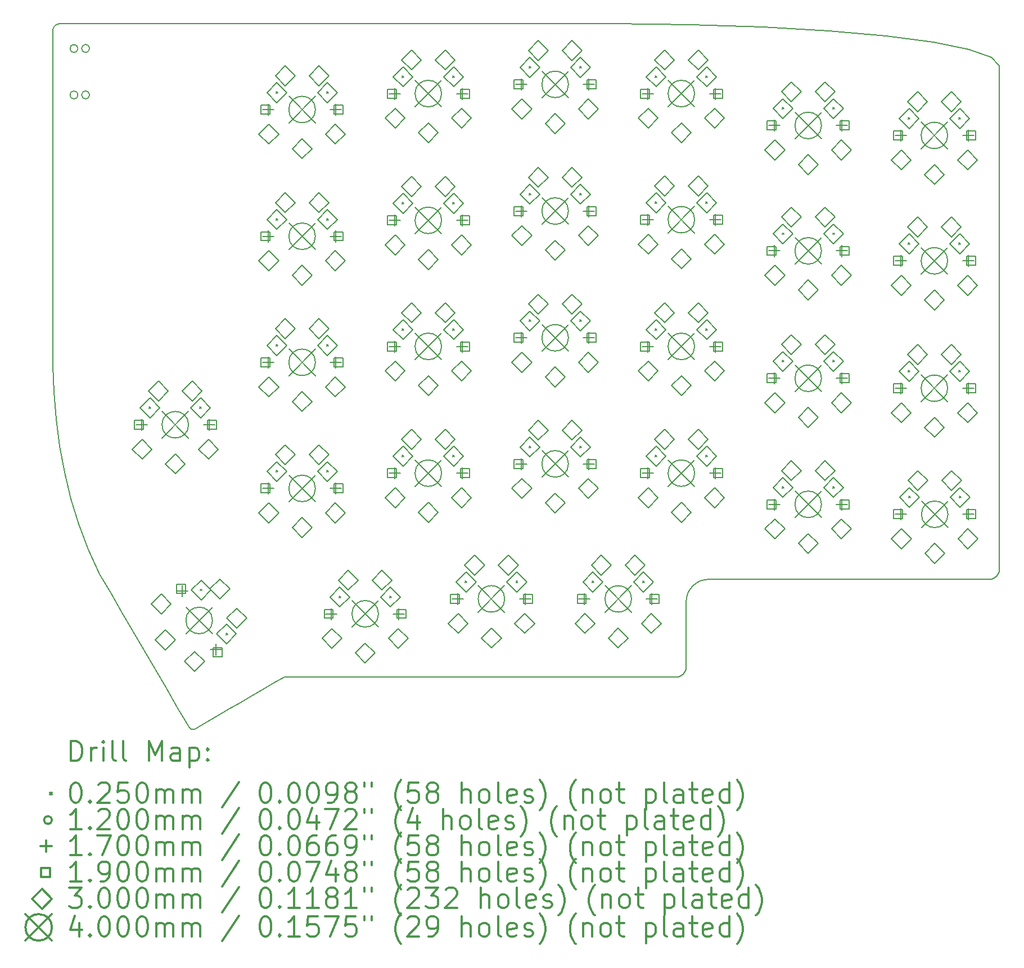
<source format=gbr>
%FSLAX45Y45*%
G04 Gerber Fmt 4.5, Leading zero omitted, Abs format (unit mm)*
G04 Created by KiCad (PCBNEW (5.1.12)-1) date 2021-12-08 11:34:36*
%MOMM*%
%LPD*%
G01*
G04 APERTURE LIST*
%TA.AperFunction,Profile*%
%ADD10C,0.200000*%
%TD*%
%ADD11C,0.200000*%
%ADD12C,0.300000*%
G04 APERTURE END LIST*
D10*
X11618662Y-13648078D02*
X11786231Y-13551064D01*
X11451092Y-13745092D02*
X11618662Y-13648078D01*
X8293753Y-5075063D02*
X8293753Y-4444370D01*
X8293753Y-5705756D02*
X8293753Y-5075063D01*
X11521171Y-3708676D02*
X10480388Y-3708676D01*
X21869242Y-12078973D02*
X22396000Y-12078973D01*
X21342484Y-12078973D02*
X21869242Y-12078973D01*
X20815726Y-12078973D02*
X21342484Y-12078973D01*
X20288967Y-12078973D02*
X20815726Y-12078973D01*
X19762209Y-12078973D02*
X20288967Y-12078973D01*
X19235451Y-12078973D02*
X19762209Y-12078973D01*
X18708693Y-12078973D02*
X19235451Y-12078973D01*
X18181935Y-12078973D02*
X18708693Y-12078973D01*
X18111352Y-12086078D02*
X18181935Y-12078973D01*
X18045633Y-12106456D02*
X18111352Y-12086078D01*
X17986177Y-12138706D02*
X18045633Y-12106456D01*
X17934388Y-12181427D02*
X17986177Y-12138706D01*
X17891668Y-12233216D02*
X17934388Y-12181427D01*
X17859417Y-12292671D02*
X17891668Y-12233216D01*
X17839039Y-12358391D02*
X17859417Y-12292671D01*
X17831935Y-12428973D02*
X17839039Y-12358391D01*
X19980765Y-3817049D02*
X18991954Y-3758537D01*
X20842076Y-3894556D02*
X19980765Y-3817049D01*
X21552570Y-3988516D02*
X20842076Y-3894556D01*
X22088932Y-4096385D02*
X21552570Y-3988516D01*
X17898956Y-3721565D02*
X16725088Y-3708676D01*
X18991954Y-3758537D02*
X17898956Y-3721565D01*
X17765831Y-13525566D02*
X17740350Y-13539388D01*
X17788026Y-13507257D02*
X17765831Y-13525566D01*
X17806335Y-13485062D02*
X17788026Y-13507257D01*
X17820157Y-13459581D02*
X17806335Y-13485062D01*
X17828890Y-13431415D02*
X17820157Y-13459581D01*
X17831935Y-13401166D02*
X17828890Y-13431415D01*
X22546000Y-5291838D02*
X22546000Y-6240000D01*
X22546000Y-4343676D02*
X22546000Y-5291838D01*
X8293753Y-6967143D02*
X8293753Y-6336449D01*
X8293753Y-7597836D02*
X8293753Y-6967143D01*
X8293753Y-8228530D02*
X8293753Y-7597836D01*
X8293753Y-8859223D02*
X8293753Y-8228530D01*
X10480388Y-3708676D02*
X9439604Y-3708676D01*
X12561954Y-3708676D02*
X11521171Y-3708676D01*
X13602738Y-3708676D02*
X12561954Y-3708676D01*
X14643521Y-3708676D02*
X13602738Y-3708676D01*
X15684305Y-3708676D02*
X14643521Y-3708676D01*
X16725088Y-3708676D02*
X15684305Y-3708676D01*
X8340094Y-3726596D02*
X8357930Y-3716921D01*
X8324557Y-3739412D02*
X8340094Y-3726596D01*
X8311741Y-3754949D02*
X8324557Y-3739412D01*
X8302066Y-3772785D02*
X8311741Y-3754949D01*
X8295952Y-3792501D02*
X8302066Y-3772785D01*
X8293821Y-3813676D02*
X8295952Y-3792501D01*
X8377646Y-3710807D02*
X8398821Y-3708676D01*
X8357930Y-3716921D02*
X8377646Y-3710807D01*
X9439604Y-3708676D02*
X8398821Y-3708676D01*
X8293753Y-6336449D02*
X8293753Y-5705756D01*
X8293753Y-4444370D02*
X8293753Y-3813676D01*
X8829176Y-11631807D02*
X8999333Y-11998954D01*
X8686311Y-11253067D02*
X8829176Y-11631807D01*
X8568800Y-10864913D02*
X8686311Y-11253067D01*
X8474708Y-10469525D02*
X8568800Y-10864913D01*
X8402097Y-10069083D02*
X8474708Y-10469525D01*
X8349030Y-9665766D02*
X8402097Y-10069083D01*
X8313569Y-9261756D02*
X8349030Y-9665766D01*
X8293778Y-8859232D02*
X8313569Y-9261756D01*
X10428886Y-14335728D02*
X10445676Y-14327176D01*
X10413021Y-14340447D02*
X10428886Y-14335728D01*
X10398125Y-14341397D02*
X10413021Y-14340447D01*
X10384247Y-14338644D02*
X10398125Y-14341397D01*
X10371433Y-14332253D02*
X10384247Y-14338644D01*
X10359730Y-14322288D02*
X10371433Y-14332253D01*
X10349184Y-14308815D02*
X10359730Y-14322288D01*
X10339843Y-14291898D02*
X10349184Y-14308815D01*
X11283523Y-13842106D02*
X11451092Y-13745092D01*
X11115954Y-13939120D02*
X11283523Y-13842106D01*
X10948384Y-14036134D02*
X11115954Y-13939120D01*
X10780815Y-14133148D02*
X10948384Y-14036134D01*
X10613245Y-14230162D02*
X10780815Y-14133148D01*
X10445676Y-14327176D02*
X10613245Y-14230162D01*
X10172273Y-14005266D02*
X10339843Y-14291898D01*
X10004704Y-13718634D02*
X10172273Y-14005266D01*
X9837134Y-13432002D02*
X10004704Y-13718634D01*
X9669565Y-13145370D02*
X9837134Y-13432002D01*
X9501995Y-12858738D02*
X9669565Y-13145370D01*
X9334426Y-12572106D02*
X9501995Y-12858738D01*
X9166856Y-12285474D02*
X9334426Y-12572106D01*
X8999287Y-11998842D02*
X9166856Y-12285474D01*
X16944983Y-13551166D02*
X17681935Y-13551166D01*
X16208030Y-13551166D02*
X16944983Y-13551166D01*
X15471078Y-13551166D02*
X16208030Y-13551166D01*
X14734126Y-13551166D02*
X15471078Y-13551166D01*
X13997174Y-13551166D02*
X14734126Y-13551166D01*
X13260222Y-13551166D02*
X13997174Y-13551166D01*
X12523269Y-13551166D02*
X13260222Y-13551166D01*
X11786317Y-13551166D02*
X12523269Y-13551166D01*
X17831935Y-13281601D02*
X17831935Y-13401166D01*
X17831935Y-13159797D02*
X17831935Y-13281601D01*
X17831935Y-13037993D02*
X17831935Y-13159797D01*
X17831935Y-12916189D02*
X17831935Y-13037993D01*
X17831935Y-12794385D02*
X17831935Y-12916189D01*
X17831935Y-12672581D02*
X17831935Y-12794385D01*
X17831935Y-12550777D02*
X17831935Y-12672581D01*
X17831935Y-12428973D02*
X17831935Y-12550777D01*
X17712184Y-13548121D02*
X17681935Y-13551166D01*
X17740350Y-13539388D02*
X17712184Y-13548121D01*
X22427847Y-4215619D02*
X22088932Y-4096385D01*
X22546000Y-4343676D02*
X22427847Y-4215619D01*
X22426249Y-12075929D02*
X22396000Y-12078973D01*
X22454415Y-12067195D02*
X22426249Y-12075929D01*
X22479896Y-12053374D02*
X22454415Y-12067195D01*
X22502091Y-12035065D02*
X22479896Y-12053374D01*
X22520400Y-12012870D02*
X22502091Y-12035065D01*
X22534222Y-11987389D02*
X22520400Y-12012870D01*
X22542955Y-11959223D02*
X22534222Y-11987389D01*
X22546000Y-11928973D02*
X22542955Y-11959223D01*
X22546000Y-10980811D02*
X22546000Y-11928973D01*
X22546000Y-10032649D02*
X22546000Y-10980811D01*
X22546000Y-9084487D02*
X22546000Y-10032649D01*
X22546000Y-8136324D02*
X22546000Y-9084487D01*
X22546000Y-7188162D02*
X22546000Y-8136324D01*
X22546000Y-6240000D02*
X22546000Y-7188162D01*
D11*
X9745000Y-9479500D02*
X9770000Y-9504500D01*
X9770000Y-9479500D02*
X9745000Y-9504500D01*
X10510000Y-9479500D02*
X10535000Y-9504500D01*
X10535000Y-9479500D02*
X10510000Y-9504500D01*
X10519685Y-12227245D02*
X10544685Y-12252245D01*
X10544685Y-12227245D02*
X10519685Y-12252245D01*
X10902185Y-12889755D02*
X10927185Y-12914755D01*
X10927185Y-12889755D02*
X10902185Y-12914755D01*
X11655000Y-4729500D02*
X11680000Y-4754500D01*
X11680000Y-4729500D02*
X11655000Y-4754500D01*
X11655000Y-6639500D02*
X11680000Y-6664500D01*
X11680000Y-6639500D02*
X11655000Y-6664500D01*
X11655000Y-8539500D02*
X11680000Y-8564500D01*
X11680000Y-8539500D02*
X11655000Y-8564500D01*
X11655000Y-10439500D02*
X11680000Y-10464500D01*
X11680000Y-10439500D02*
X11655000Y-10464500D01*
X12420000Y-4729500D02*
X12445000Y-4754500D01*
X12445000Y-4729500D02*
X12420000Y-4754500D01*
X12420000Y-6639500D02*
X12445000Y-6664500D01*
X12445000Y-6639500D02*
X12420000Y-6664500D01*
X12420000Y-8539500D02*
X12445000Y-8564500D01*
X12445000Y-8539500D02*
X12420000Y-8564500D01*
X12420000Y-10439500D02*
X12445000Y-10464500D01*
X12445000Y-10439500D02*
X12420000Y-10464500D01*
X12605000Y-12329500D02*
X12630000Y-12354500D01*
X12630000Y-12329500D02*
X12605000Y-12354500D01*
X13370000Y-12329500D02*
X13395000Y-12354500D01*
X13395000Y-12329500D02*
X13370000Y-12354500D01*
X13555000Y-4489500D02*
X13580000Y-4514500D01*
X13580000Y-4489500D02*
X13555000Y-4514500D01*
X13555000Y-6399500D02*
X13580000Y-6424500D01*
X13580000Y-6399500D02*
X13555000Y-6424500D01*
X13555000Y-8299500D02*
X13580000Y-8324500D01*
X13580000Y-8299500D02*
X13555000Y-8324500D01*
X13555000Y-10209500D02*
X13580000Y-10234500D01*
X13580000Y-10209500D02*
X13555000Y-10234500D01*
X14320000Y-4489500D02*
X14345000Y-4514500D01*
X14345000Y-4489500D02*
X14320000Y-4514500D01*
X14320000Y-6399500D02*
X14345000Y-6424500D01*
X14345000Y-6399500D02*
X14320000Y-6424500D01*
X14320000Y-8299500D02*
X14345000Y-8324500D01*
X14345000Y-8299500D02*
X14320000Y-8324500D01*
X14320000Y-10209500D02*
X14345000Y-10234500D01*
X14345000Y-10209500D02*
X14320000Y-10234500D01*
X14505000Y-12104500D02*
X14530000Y-12129500D01*
X14530000Y-12104500D02*
X14505000Y-12129500D01*
X15270000Y-12104500D02*
X15295000Y-12129500D01*
X15295000Y-12104500D02*
X15270000Y-12129500D01*
X15465000Y-4350500D02*
X15490000Y-4375500D01*
X15490000Y-4350500D02*
X15465000Y-4375500D01*
X15465000Y-6259500D02*
X15490000Y-6284500D01*
X15490000Y-6259500D02*
X15465000Y-6284500D01*
X15465000Y-8169500D02*
X15490000Y-8194500D01*
X15490000Y-8169500D02*
X15465000Y-8194500D01*
X15465000Y-10069500D02*
X15490000Y-10094500D01*
X15490000Y-10069500D02*
X15465000Y-10094500D01*
X16230000Y-4350500D02*
X16255000Y-4375500D01*
X16255000Y-4350500D02*
X16230000Y-4375500D01*
X16230000Y-6259500D02*
X16255000Y-6284500D01*
X16255000Y-6259500D02*
X16230000Y-6284500D01*
X16230000Y-8169500D02*
X16255000Y-8194500D01*
X16255000Y-8169500D02*
X16230000Y-8194500D01*
X16230000Y-10069500D02*
X16255000Y-10094500D01*
X16255000Y-10069500D02*
X16230000Y-10094500D01*
X16415000Y-12104500D02*
X16440000Y-12129500D01*
X16440000Y-12104500D02*
X16415000Y-12129500D01*
X17180000Y-12104500D02*
X17205000Y-12129500D01*
X17205000Y-12104500D02*
X17180000Y-12129500D01*
X17365000Y-4489500D02*
X17390000Y-4514500D01*
X17390000Y-4489500D02*
X17365000Y-4514500D01*
X17365000Y-6389500D02*
X17390000Y-6414500D01*
X17390000Y-6389500D02*
X17365000Y-6414500D01*
X17365000Y-8299500D02*
X17390000Y-8324500D01*
X17390000Y-8299500D02*
X17365000Y-8324500D01*
X17365000Y-10209500D02*
X17390000Y-10234500D01*
X17390000Y-10209500D02*
X17365000Y-10234500D01*
X18130000Y-4489500D02*
X18155000Y-4514500D01*
X18155000Y-4489500D02*
X18130000Y-4514500D01*
X18130000Y-6389500D02*
X18155000Y-6414500D01*
X18155000Y-6389500D02*
X18130000Y-6414500D01*
X18130000Y-8299500D02*
X18155000Y-8324500D01*
X18155000Y-8299500D02*
X18130000Y-8324500D01*
X18130000Y-10209500D02*
X18155000Y-10234500D01*
X18155000Y-10209500D02*
X18130000Y-10234500D01*
X19275000Y-4969500D02*
X19300000Y-4994500D01*
X19300000Y-4969500D02*
X19275000Y-4994500D01*
X19275000Y-6859500D02*
X19300000Y-6884500D01*
X19300000Y-6859500D02*
X19275000Y-6884500D01*
X19275000Y-8779500D02*
X19300000Y-8804500D01*
X19300000Y-8779500D02*
X19275000Y-8804500D01*
X19275000Y-10679500D02*
X19300000Y-10704500D01*
X19300000Y-10679500D02*
X19275000Y-10704500D01*
X20040000Y-4969500D02*
X20065000Y-4994500D01*
X20065000Y-4969500D02*
X20040000Y-4994500D01*
X20040000Y-6859500D02*
X20065000Y-6884500D01*
X20065000Y-6859500D02*
X20040000Y-6884500D01*
X20040000Y-8779500D02*
X20065000Y-8804500D01*
X20065000Y-8779500D02*
X20040000Y-8804500D01*
X20040000Y-10679500D02*
X20065000Y-10704500D01*
X20065000Y-10679500D02*
X20040000Y-10704500D01*
X21175000Y-5119500D02*
X21200000Y-5144500D01*
X21200000Y-5119500D02*
X21175000Y-5144500D01*
X21175000Y-7009500D02*
X21200000Y-7034500D01*
X21200000Y-7009500D02*
X21175000Y-7034500D01*
X21175000Y-8929500D02*
X21200000Y-8954500D01*
X21200000Y-8929500D02*
X21175000Y-8954500D01*
X21180000Y-10829500D02*
X21205000Y-10854500D01*
X21205000Y-10829500D02*
X21180000Y-10854500D01*
X21940000Y-5119500D02*
X21965000Y-5144500D01*
X21965000Y-5119500D02*
X21940000Y-5144500D01*
X21940000Y-7009500D02*
X21965000Y-7034500D01*
X21965000Y-7009500D02*
X21940000Y-7034500D01*
X21940000Y-8929500D02*
X21965000Y-8954500D01*
X21965000Y-8929500D02*
X21940000Y-8954500D01*
X21945000Y-10829500D02*
X21970000Y-10854500D01*
X21970000Y-10829500D02*
X21945000Y-10854500D01*
X8675000Y-4080000D02*
G75*
G03*
X8675000Y-4080000I-60000J0D01*
G01*
X8675000Y-4780000D02*
G75*
G03*
X8675000Y-4780000I-60000J0D01*
G01*
X8850000Y-4080000D02*
G75*
G03*
X8850000Y-4080000I-60000J0D01*
G01*
X8850000Y-4780000D02*
G75*
G03*
X8850000Y-4780000I-60000J0D01*
G01*
X9632000Y-9665000D02*
X9632000Y-9835000D01*
X9547000Y-9750000D02*
X9717000Y-9750000D01*
X10246000Y-12175059D02*
X10246000Y-12345059D01*
X10161000Y-12260059D02*
X10331000Y-12260059D01*
X10648000Y-9665000D02*
X10648000Y-9835000D01*
X10563000Y-9750000D02*
X10733000Y-9750000D01*
X10754000Y-13054941D02*
X10754000Y-13224941D01*
X10669000Y-13139941D02*
X10839000Y-13139941D01*
X11542000Y-4915000D02*
X11542000Y-5085000D01*
X11457000Y-5000000D02*
X11627000Y-5000000D01*
X11542000Y-6825000D02*
X11542000Y-6995000D01*
X11457000Y-6910000D02*
X11627000Y-6910000D01*
X11542000Y-8725000D02*
X11542000Y-8895000D01*
X11457000Y-8810000D02*
X11627000Y-8810000D01*
X11542000Y-10625000D02*
X11542000Y-10795000D01*
X11457000Y-10710000D02*
X11627000Y-10710000D01*
X12492000Y-12515000D02*
X12492000Y-12685000D01*
X12407000Y-12600000D02*
X12577000Y-12600000D01*
X12558000Y-4915000D02*
X12558000Y-5085000D01*
X12473000Y-5000000D02*
X12643000Y-5000000D01*
X12558000Y-6825000D02*
X12558000Y-6995000D01*
X12473000Y-6910000D02*
X12643000Y-6910000D01*
X12558000Y-8725000D02*
X12558000Y-8895000D01*
X12473000Y-8810000D02*
X12643000Y-8810000D01*
X12558000Y-10625000D02*
X12558000Y-10795000D01*
X12473000Y-10710000D02*
X12643000Y-10710000D01*
X13442000Y-4675000D02*
X13442000Y-4845000D01*
X13357000Y-4760000D02*
X13527000Y-4760000D01*
X13442000Y-6585000D02*
X13442000Y-6755000D01*
X13357000Y-6670000D02*
X13527000Y-6670000D01*
X13442000Y-8485000D02*
X13442000Y-8655000D01*
X13357000Y-8570000D02*
X13527000Y-8570000D01*
X13442000Y-10395000D02*
X13442000Y-10565000D01*
X13357000Y-10480000D02*
X13527000Y-10480000D01*
X13508000Y-12515000D02*
X13508000Y-12685000D01*
X13423000Y-12600000D02*
X13593000Y-12600000D01*
X14392000Y-12290000D02*
X14392000Y-12460000D01*
X14307000Y-12375000D02*
X14477000Y-12375000D01*
X14458000Y-4675000D02*
X14458000Y-4845000D01*
X14373000Y-4760000D02*
X14543000Y-4760000D01*
X14458000Y-6585000D02*
X14458000Y-6755000D01*
X14373000Y-6670000D02*
X14543000Y-6670000D01*
X14458000Y-8485000D02*
X14458000Y-8655000D01*
X14373000Y-8570000D02*
X14543000Y-8570000D01*
X14458000Y-10395000D02*
X14458000Y-10565000D01*
X14373000Y-10480000D02*
X14543000Y-10480000D01*
X15352000Y-4536000D02*
X15352000Y-4706000D01*
X15267000Y-4621000D02*
X15437000Y-4621000D01*
X15352000Y-6445000D02*
X15352000Y-6615000D01*
X15267000Y-6530000D02*
X15437000Y-6530000D01*
X15352000Y-8355000D02*
X15352000Y-8525000D01*
X15267000Y-8440000D02*
X15437000Y-8440000D01*
X15352000Y-10255000D02*
X15352000Y-10425000D01*
X15267000Y-10340000D02*
X15437000Y-10340000D01*
X15408000Y-12290000D02*
X15408000Y-12460000D01*
X15323000Y-12375000D02*
X15493000Y-12375000D01*
X16302000Y-12290000D02*
X16302000Y-12460000D01*
X16217000Y-12375000D02*
X16387000Y-12375000D01*
X16368000Y-4536000D02*
X16368000Y-4706000D01*
X16283000Y-4621000D02*
X16453000Y-4621000D01*
X16368000Y-6445000D02*
X16368000Y-6615000D01*
X16283000Y-6530000D02*
X16453000Y-6530000D01*
X16368000Y-8355000D02*
X16368000Y-8525000D01*
X16283000Y-8440000D02*
X16453000Y-8440000D01*
X16368000Y-10255000D02*
X16368000Y-10425000D01*
X16283000Y-10340000D02*
X16453000Y-10340000D01*
X17252000Y-4675000D02*
X17252000Y-4845000D01*
X17167000Y-4760000D02*
X17337000Y-4760000D01*
X17252000Y-6575000D02*
X17252000Y-6745000D01*
X17167000Y-6660000D02*
X17337000Y-6660000D01*
X17252000Y-8485000D02*
X17252000Y-8655000D01*
X17167000Y-8570000D02*
X17337000Y-8570000D01*
X17252000Y-10395000D02*
X17252000Y-10565000D01*
X17167000Y-10480000D02*
X17337000Y-10480000D01*
X17318000Y-12290000D02*
X17318000Y-12460000D01*
X17233000Y-12375000D02*
X17403000Y-12375000D01*
X18268000Y-4675000D02*
X18268000Y-4845000D01*
X18183000Y-4760000D02*
X18353000Y-4760000D01*
X18268000Y-6575000D02*
X18268000Y-6745000D01*
X18183000Y-6660000D02*
X18353000Y-6660000D01*
X18268000Y-8485000D02*
X18268000Y-8655000D01*
X18183000Y-8570000D02*
X18353000Y-8570000D01*
X18268000Y-10395000D02*
X18268000Y-10565000D01*
X18183000Y-10480000D02*
X18353000Y-10480000D01*
X19162000Y-5155000D02*
X19162000Y-5325000D01*
X19077000Y-5240000D02*
X19247000Y-5240000D01*
X19162000Y-7045000D02*
X19162000Y-7215000D01*
X19077000Y-7130000D02*
X19247000Y-7130000D01*
X19162000Y-8965000D02*
X19162000Y-9135000D01*
X19077000Y-9050000D02*
X19247000Y-9050000D01*
X19162000Y-10865000D02*
X19162000Y-11035000D01*
X19077000Y-10950000D02*
X19247000Y-10950000D01*
X20178000Y-5155000D02*
X20178000Y-5325000D01*
X20093000Y-5240000D02*
X20263000Y-5240000D01*
X20178000Y-7045000D02*
X20178000Y-7215000D01*
X20093000Y-7130000D02*
X20263000Y-7130000D01*
X20178000Y-8965000D02*
X20178000Y-9135000D01*
X20093000Y-9050000D02*
X20263000Y-9050000D01*
X20178000Y-10865000D02*
X20178000Y-11035000D01*
X20093000Y-10950000D02*
X20263000Y-10950000D01*
X21062000Y-5305000D02*
X21062000Y-5475000D01*
X20977000Y-5390000D02*
X21147000Y-5390000D01*
X21062000Y-7195000D02*
X21062000Y-7365000D01*
X20977000Y-7280000D02*
X21147000Y-7280000D01*
X21062000Y-9115000D02*
X21062000Y-9285000D01*
X20977000Y-9200000D02*
X21147000Y-9200000D01*
X21067000Y-11015000D02*
X21067000Y-11185000D01*
X20982000Y-11100000D02*
X21152000Y-11100000D01*
X22078000Y-5305000D02*
X22078000Y-5475000D01*
X21993000Y-5390000D02*
X22163000Y-5390000D01*
X22078000Y-7195000D02*
X22078000Y-7365000D01*
X21993000Y-7280000D02*
X22163000Y-7280000D01*
X22078000Y-9115000D02*
X22078000Y-9285000D01*
X21993000Y-9200000D02*
X22163000Y-9200000D01*
X22083000Y-11015000D02*
X22083000Y-11185000D01*
X21998000Y-11100000D02*
X22168000Y-11100000D01*
X9657176Y-9817176D02*
X9657176Y-9682824D01*
X9522824Y-9682824D01*
X9522824Y-9817176D01*
X9657176Y-9817176D01*
X10292176Y-12290862D02*
X10292176Y-12156510D01*
X10157824Y-12156510D01*
X10157824Y-12290862D01*
X10292176Y-12290862D01*
X10757176Y-9817176D02*
X10757176Y-9682824D01*
X10622824Y-9682824D01*
X10622824Y-9817176D01*
X10757176Y-9817176D01*
X10842176Y-13243490D02*
X10842176Y-13109138D01*
X10707824Y-13109138D01*
X10707824Y-13243490D01*
X10842176Y-13243490D01*
X11567176Y-5067176D02*
X11567176Y-4932824D01*
X11432824Y-4932824D01*
X11432824Y-5067176D01*
X11567176Y-5067176D01*
X11567176Y-6977176D02*
X11567176Y-6842824D01*
X11432824Y-6842824D01*
X11432824Y-6977176D01*
X11567176Y-6977176D01*
X11567176Y-8877176D02*
X11567176Y-8742824D01*
X11432824Y-8742824D01*
X11432824Y-8877176D01*
X11567176Y-8877176D01*
X11567176Y-10777176D02*
X11567176Y-10642824D01*
X11432824Y-10642824D01*
X11432824Y-10777176D01*
X11567176Y-10777176D01*
X12517176Y-12667176D02*
X12517176Y-12532824D01*
X12382824Y-12532824D01*
X12382824Y-12667176D01*
X12517176Y-12667176D01*
X12667176Y-5067176D02*
X12667176Y-4932824D01*
X12532824Y-4932824D01*
X12532824Y-5067176D01*
X12667176Y-5067176D01*
X12667176Y-6977176D02*
X12667176Y-6842824D01*
X12532824Y-6842824D01*
X12532824Y-6977176D01*
X12667176Y-6977176D01*
X12667176Y-8877176D02*
X12667176Y-8742824D01*
X12532824Y-8742824D01*
X12532824Y-8877176D01*
X12667176Y-8877176D01*
X12667176Y-10777176D02*
X12667176Y-10642824D01*
X12532824Y-10642824D01*
X12532824Y-10777176D01*
X12667176Y-10777176D01*
X13467176Y-4827176D02*
X13467176Y-4692824D01*
X13332824Y-4692824D01*
X13332824Y-4827176D01*
X13467176Y-4827176D01*
X13467176Y-6737176D02*
X13467176Y-6602824D01*
X13332824Y-6602824D01*
X13332824Y-6737176D01*
X13467176Y-6737176D01*
X13467176Y-8637176D02*
X13467176Y-8502824D01*
X13332824Y-8502824D01*
X13332824Y-8637176D01*
X13467176Y-8637176D01*
X13467176Y-10547176D02*
X13467176Y-10412824D01*
X13332824Y-10412824D01*
X13332824Y-10547176D01*
X13467176Y-10547176D01*
X13617176Y-12667176D02*
X13617176Y-12532824D01*
X13482824Y-12532824D01*
X13482824Y-12667176D01*
X13617176Y-12667176D01*
X14417176Y-12442176D02*
X14417176Y-12307824D01*
X14282824Y-12307824D01*
X14282824Y-12442176D01*
X14417176Y-12442176D01*
X14567176Y-4827176D02*
X14567176Y-4692824D01*
X14432824Y-4692824D01*
X14432824Y-4827176D01*
X14567176Y-4827176D01*
X14567176Y-6737176D02*
X14567176Y-6602824D01*
X14432824Y-6602824D01*
X14432824Y-6737176D01*
X14567176Y-6737176D01*
X14567176Y-8637176D02*
X14567176Y-8502824D01*
X14432824Y-8502824D01*
X14432824Y-8637176D01*
X14567176Y-8637176D01*
X14567176Y-10547176D02*
X14567176Y-10412824D01*
X14432824Y-10412824D01*
X14432824Y-10547176D01*
X14567176Y-10547176D01*
X15377176Y-4688176D02*
X15377176Y-4553824D01*
X15242824Y-4553824D01*
X15242824Y-4688176D01*
X15377176Y-4688176D01*
X15377176Y-6597176D02*
X15377176Y-6462824D01*
X15242824Y-6462824D01*
X15242824Y-6597176D01*
X15377176Y-6597176D01*
X15377176Y-8507176D02*
X15377176Y-8372824D01*
X15242824Y-8372824D01*
X15242824Y-8507176D01*
X15377176Y-8507176D01*
X15377176Y-10407176D02*
X15377176Y-10272824D01*
X15242824Y-10272824D01*
X15242824Y-10407176D01*
X15377176Y-10407176D01*
X15517176Y-12442176D02*
X15517176Y-12307824D01*
X15382824Y-12307824D01*
X15382824Y-12442176D01*
X15517176Y-12442176D01*
X16327176Y-12442176D02*
X16327176Y-12307824D01*
X16192824Y-12307824D01*
X16192824Y-12442176D01*
X16327176Y-12442176D01*
X16477176Y-4688176D02*
X16477176Y-4553824D01*
X16342824Y-4553824D01*
X16342824Y-4688176D01*
X16477176Y-4688176D01*
X16477176Y-6597176D02*
X16477176Y-6462824D01*
X16342824Y-6462824D01*
X16342824Y-6597176D01*
X16477176Y-6597176D01*
X16477176Y-8507176D02*
X16477176Y-8372824D01*
X16342824Y-8372824D01*
X16342824Y-8507176D01*
X16477176Y-8507176D01*
X16477176Y-10407176D02*
X16477176Y-10272824D01*
X16342824Y-10272824D01*
X16342824Y-10407176D01*
X16477176Y-10407176D01*
X17277176Y-4827176D02*
X17277176Y-4692824D01*
X17142824Y-4692824D01*
X17142824Y-4827176D01*
X17277176Y-4827176D01*
X17277176Y-6727176D02*
X17277176Y-6592824D01*
X17142824Y-6592824D01*
X17142824Y-6727176D01*
X17277176Y-6727176D01*
X17277176Y-8637176D02*
X17277176Y-8502824D01*
X17142824Y-8502824D01*
X17142824Y-8637176D01*
X17277176Y-8637176D01*
X17277176Y-10547176D02*
X17277176Y-10412824D01*
X17142824Y-10412824D01*
X17142824Y-10547176D01*
X17277176Y-10547176D01*
X17427176Y-12442176D02*
X17427176Y-12307824D01*
X17292824Y-12307824D01*
X17292824Y-12442176D01*
X17427176Y-12442176D01*
X18377176Y-4827176D02*
X18377176Y-4692824D01*
X18242824Y-4692824D01*
X18242824Y-4827176D01*
X18377176Y-4827176D01*
X18377176Y-6727176D02*
X18377176Y-6592824D01*
X18242824Y-6592824D01*
X18242824Y-6727176D01*
X18377176Y-6727176D01*
X18377176Y-8637176D02*
X18377176Y-8502824D01*
X18242824Y-8502824D01*
X18242824Y-8637176D01*
X18377176Y-8637176D01*
X18377176Y-10547176D02*
X18377176Y-10412824D01*
X18242824Y-10412824D01*
X18242824Y-10547176D01*
X18377176Y-10547176D01*
X19187176Y-5307176D02*
X19187176Y-5172824D01*
X19052824Y-5172824D01*
X19052824Y-5307176D01*
X19187176Y-5307176D01*
X19187176Y-7197176D02*
X19187176Y-7062824D01*
X19052824Y-7062824D01*
X19052824Y-7197176D01*
X19187176Y-7197176D01*
X19187176Y-9117176D02*
X19187176Y-8982824D01*
X19052824Y-8982824D01*
X19052824Y-9117176D01*
X19187176Y-9117176D01*
X19187176Y-11017176D02*
X19187176Y-10882824D01*
X19052824Y-10882824D01*
X19052824Y-11017176D01*
X19187176Y-11017176D01*
X20287176Y-5307176D02*
X20287176Y-5172824D01*
X20152824Y-5172824D01*
X20152824Y-5307176D01*
X20287176Y-5307176D01*
X20287176Y-7197176D02*
X20287176Y-7062824D01*
X20152824Y-7062824D01*
X20152824Y-7197176D01*
X20287176Y-7197176D01*
X20287176Y-9117176D02*
X20287176Y-8982824D01*
X20152824Y-8982824D01*
X20152824Y-9117176D01*
X20287176Y-9117176D01*
X20287176Y-11017176D02*
X20287176Y-10882824D01*
X20152824Y-10882824D01*
X20152824Y-11017176D01*
X20287176Y-11017176D01*
X21087176Y-5457176D02*
X21087176Y-5322824D01*
X20952824Y-5322824D01*
X20952824Y-5457176D01*
X21087176Y-5457176D01*
X21087176Y-7347176D02*
X21087176Y-7212824D01*
X20952824Y-7212824D01*
X20952824Y-7347176D01*
X21087176Y-7347176D01*
X21087176Y-9267176D02*
X21087176Y-9132824D01*
X20952824Y-9132824D01*
X20952824Y-9267176D01*
X21087176Y-9267176D01*
X21092176Y-11167176D02*
X21092176Y-11032824D01*
X20957824Y-11032824D01*
X20957824Y-11167176D01*
X21092176Y-11167176D01*
X22187176Y-5457176D02*
X22187176Y-5322824D01*
X22052824Y-5322824D01*
X22052824Y-5457176D01*
X22187176Y-5457176D01*
X22187176Y-7347176D02*
X22187176Y-7212824D01*
X22052824Y-7212824D01*
X22052824Y-7347176D01*
X22187176Y-7347176D01*
X22187176Y-9267176D02*
X22187176Y-9132824D01*
X22052824Y-9132824D01*
X22052824Y-9267176D01*
X22187176Y-9267176D01*
X22192176Y-11167176D02*
X22192176Y-11032824D01*
X22057824Y-11032824D01*
X22057824Y-11167176D01*
X22192176Y-11167176D01*
X9640000Y-10270000D02*
X9790000Y-10120000D01*
X9640000Y-9970000D01*
X9490000Y-10120000D01*
X9640000Y-10270000D01*
X9759000Y-9646000D02*
X9909000Y-9496000D01*
X9759000Y-9346000D01*
X9609000Y-9496000D01*
X9759000Y-9646000D01*
X9886000Y-9392000D02*
X10036000Y-9242000D01*
X9886000Y-9092000D01*
X9736000Y-9242000D01*
X9886000Y-9392000D01*
X9929571Y-12601987D02*
X10079571Y-12451987D01*
X9929571Y-12301987D01*
X9779571Y-12451987D01*
X9929571Y-12601987D01*
X9989045Y-13145000D02*
X10139045Y-12995000D01*
X9989045Y-12845000D01*
X9839045Y-12995000D01*
X9989045Y-13145000D01*
X10140000Y-10490000D02*
X10290000Y-10340000D01*
X10140000Y-10190000D01*
X9990000Y-10340000D01*
X10140000Y-10490000D01*
X10394000Y-9392000D02*
X10544000Y-9242000D01*
X10394000Y-9092000D01*
X10244000Y-9242000D01*
X10394000Y-9392000D01*
X10429571Y-13468013D02*
X10579571Y-13318013D01*
X10429571Y-13168013D01*
X10279571Y-13318013D01*
X10429571Y-13468013D01*
X10521000Y-9646000D02*
X10671000Y-9496000D01*
X10521000Y-9346000D01*
X10371000Y-9496000D01*
X10521000Y-9646000D01*
X10521000Y-9646000D02*
X10671000Y-9496000D01*
X10521000Y-9346000D01*
X10371000Y-9496000D01*
X10521000Y-9646000D01*
X10529471Y-12393044D02*
X10679471Y-12243044D01*
X10529471Y-12093044D01*
X10379471Y-12243044D01*
X10529471Y-12393044D01*
X10640000Y-10270000D02*
X10790000Y-10120000D01*
X10640000Y-9970000D01*
X10490000Y-10120000D01*
X10640000Y-10270000D01*
X10812941Y-12376029D02*
X10962941Y-12226029D01*
X10812941Y-12076029D01*
X10662941Y-12226029D01*
X10812941Y-12376029D01*
X10910471Y-13052956D02*
X11060471Y-12902956D01*
X10910471Y-12752956D01*
X10760471Y-12902956D01*
X10910471Y-13052956D01*
X10910471Y-13052956D02*
X11060471Y-12902956D01*
X10910471Y-12752956D01*
X10760471Y-12902956D01*
X10910471Y-13052956D01*
X11066941Y-12815970D02*
X11216941Y-12665970D01*
X11066941Y-12515970D01*
X10916941Y-12665970D01*
X11066941Y-12815970D01*
X11550000Y-5520000D02*
X11700000Y-5370000D01*
X11550000Y-5220000D01*
X11400000Y-5370000D01*
X11550000Y-5520000D01*
X11550000Y-7430000D02*
X11700000Y-7280000D01*
X11550000Y-7130000D01*
X11400000Y-7280000D01*
X11550000Y-7430000D01*
X11550000Y-9330000D02*
X11700000Y-9180000D01*
X11550000Y-9030000D01*
X11400000Y-9180000D01*
X11550000Y-9330000D01*
X11550000Y-11230000D02*
X11700000Y-11080000D01*
X11550000Y-10930000D01*
X11400000Y-11080000D01*
X11550000Y-11230000D01*
X11669000Y-4896000D02*
X11819000Y-4746000D01*
X11669000Y-4596000D01*
X11519000Y-4746000D01*
X11669000Y-4896000D01*
X11669000Y-6806000D02*
X11819000Y-6656000D01*
X11669000Y-6506000D01*
X11519000Y-6656000D01*
X11669000Y-6806000D01*
X11669000Y-8706000D02*
X11819000Y-8556000D01*
X11669000Y-8406000D01*
X11519000Y-8556000D01*
X11669000Y-8706000D01*
X11669000Y-10606000D02*
X11819000Y-10456000D01*
X11669000Y-10306000D01*
X11519000Y-10456000D01*
X11669000Y-10606000D01*
X11796000Y-4642000D02*
X11946000Y-4492000D01*
X11796000Y-4342000D01*
X11646000Y-4492000D01*
X11796000Y-4642000D01*
X11796000Y-6552000D02*
X11946000Y-6402000D01*
X11796000Y-6252000D01*
X11646000Y-6402000D01*
X11796000Y-6552000D01*
X11796000Y-8452000D02*
X11946000Y-8302000D01*
X11796000Y-8152000D01*
X11646000Y-8302000D01*
X11796000Y-8452000D01*
X11796000Y-10352000D02*
X11946000Y-10202000D01*
X11796000Y-10052000D01*
X11646000Y-10202000D01*
X11796000Y-10352000D01*
X12050000Y-5740000D02*
X12200000Y-5590000D01*
X12050000Y-5440000D01*
X11900000Y-5590000D01*
X12050000Y-5740000D01*
X12050000Y-7650000D02*
X12200000Y-7500000D01*
X12050000Y-7350000D01*
X11900000Y-7500000D01*
X12050000Y-7650000D01*
X12050000Y-9550000D02*
X12200000Y-9400000D01*
X12050000Y-9250000D01*
X11900000Y-9400000D01*
X12050000Y-9550000D01*
X12050000Y-11450000D02*
X12200000Y-11300000D01*
X12050000Y-11150000D01*
X11900000Y-11300000D01*
X12050000Y-11450000D01*
X12304000Y-4642000D02*
X12454000Y-4492000D01*
X12304000Y-4342000D01*
X12154000Y-4492000D01*
X12304000Y-4642000D01*
X12304000Y-6552000D02*
X12454000Y-6402000D01*
X12304000Y-6252000D01*
X12154000Y-6402000D01*
X12304000Y-6552000D01*
X12304000Y-8452000D02*
X12454000Y-8302000D01*
X12304000Y-8152000D01*
X12154000Y-8302000D01*
X12304000Y-8452000D01*
X12304000Y-10352000D02*
X12454000Y-10202000D01*
X12304000Y-10052000D01*
X12154000Y-10202000D01*
X12304000Y-10352000D01*
X12431000Y-4896000D02*
X12581000Y-4746000D01*
X12431000Y-4596000D01*
X12281000Y-4746000D01*
X12431000Y-4896000D01*
X12431000Y-4896000D02*
X12581000Y-4746000D01*
X12431000Y-4596000D01*
X12281000Y-4746000D01*
X12431000Y-4896000D01*
X12431000Y-6806000D02*
X12581000Y-6656000D01*
X12431000Y-6506000D01*
X12281000Y-6656000D01*
X12431000Y-6806000D01*
X12431000Y-6806000D02*
X12581000Y-6656000D01*
X12431000Y-6506000D01*
X12281000Y-6656000D01*
X12431000Y-6806000D01*
X12431000Y-8706000D02*
X12581000Y-8556000D01*
X12431000Y-8406000D01*
X12281000Y-8556000D01*
X12431000Y-8706000D01*
X12431000Y-8706000D02*
X12581000Y-8556000D01*
X12431000Y-8406000D01*
X12281000Y-8556000D01*
X12431000Y-8706000D01*
X12431000Y-10606000D02*
X12581000Y-10456000D01*
X12431000Y-10306000D01*
X12281000Y-10456000D01*
X12431000Y-10606000D01*
X12431000Y-10606000D02*
X12581000Y-10456000D01*
X12431000Y-10306000D01*
X12281000Y-10456000D01*
X12431000Y-10606000D01*
X12500000Y-13120000D02*
X12650000Y-12970000D01*
X12500000Y-12820000D01*
X12350000Y-12970000D01*
X12500000Y-13120000D01*
X12550000Y-5520000D02*
X12700000Y-5370000D01*
X12550000Y-5220000D01*
X12400000Y-5370000D01*
X12550000Y-5520000D01*
X12550000Y-7430000D02*
X12700000Y-7280000D01*
X12550000Y-7130000D01*
X12400000Y-7280000D01*
X12550000Y-7430000D01*
X12550000Y-9330000D02*
X12700000Y-9180000D01*
X12550000Y-9030000D01*
X12400000Y-9180000D01*
X12550000Y-9330000D01*
X12550000Y-11230000D02*
X12700000Y-11080000D01*
X12550000Y-10930000D01*
X12400000Y-11080000D01*
X12550000Y-11230000D01*
X12619000Y-12496000D02*
X12769000Y-12346000D01*
X12619000Y-12196000D01*
X12469000Y-12346000D01*
X12619000Y-12496000D01*
X12746000Y-12242000D02*
X12896000Y-12092000D01*
X12746000Y-11942000D01*
X12596000Y-12092000D01*
X12746000Y-12242000D01*
X13000000Y-13340000D02*
X13150000Y-13190000D01*
X13000000Y-13040000D01*
X12850000Y-13190000D01*
X13000000Y-13340000D01*
X13254000Y-12242000D02*
X13404000Y-12092000D01*
X13254000Y-11942000D01*
X13104000Y-12092000D01*
X13254000Y-12242000D01*
X13381000Y-12496000D02*
X13531000Y-12346000D01*
X13381000Y-12196000D01*
X13231000Y-12346000D01*
X13381000Y-12496000D01*
X13381000Y-12496000D02*
X13531000Y-12346000D01*
X13381000Y-12196000D01*
X13231000Y-12346000D01*
X13381000Y-12496000D01*
X13450000Y-5280000D02*
X13600000Y-5130000D01*
X13450000Y-4980000D01*
X13300000Y-5130000D01*
X13450000Y-5280000D01*
X13450000Y-7190000D02*
X13600000Y-7040000D01*
X13450000Y-6890000D01*
X13300000Y-7040000D01*
X13450000Y-7190000D01*
X13450000Y-9090000D02*
X13600000Y-8940000D01*
X13450000Y-8790000D01*
X13300000Y-8940000D01*
X13450000Y-9090000D01*
X13450000Y-11000000D02*
X13600000Y-10850000D01*
X13450000Y-10700000D01*
X13300000Y-10850000D01*
X13450000Y-11000000D01*
X13500000Y-13120000D02*
X13650000Y-12970000D01*
X13500000Y-12820000D01*
X13350000Y-12970000D01*
X13500000Y-13120000D01*
X13569000Y-4656000D02*
X13719000Y-4506000D01*
X13569000Y-4356000D01*
X13419000Y-4506000D01*
X13569000Y-4656000D01*
X13569000Y-6566000D02*
X13719000Y-6416000D01*
X13569000Y-6266000D01*
X13419000Y-6416000D01*
X13569000Y-6566000D01*
X13569000Y-8466000D02*
X13719000Y-8316000D01*
X13569000Y-8166000D01*
X13419000Y-8316000D01*
X13569000Y-8466000D01*
X13569000Y-10376000D02*
X13719000Y-10226000D01*
X13569000Y-10076000D01*
X13419000Y-10226000D01*
X13569000Y-10376000D01*
X13696000Y-4402000D02*
X13846000Y-4252000D01*
X13696000Y-4102000D01*
X13546000Y-4252000D01*
X13696000Y-4402000D01*
X13696000Y-6312000D02*
X13846000Y-6162000D01*
X13696000Y-6012000D01*
X13546000Y-6162000D01*
X13696000Y-6312000D01*
X13696000Y-8212000D02*
X13846000Y-8062000D01*
X13696000Y-7912000D01*
X13546000Y-8062000D01*
X13696000Y-8212000D01*
X13696000Y-10122000D02*
X13846000Y-9972000D01*
X13696000Y-9822000D01*
X13546000Y-9972000D01*
X13696000Y-10122000D01*
X13950000Y-5500000D02*
X14100000Y-5350000D01*
X13950000Y-5200000D01*
X13800000Y-5350000D01*
X13950000Y-5500000D01*
X13950000Y-7410000D02*
X14100000Y-7260000D01*
X13950000Y-7110000D01*
X13800000Y-7260000D01*
X13950000Y-7410000D01*
X13950000Y-9310000D02*
X14100000Y-9160000D01*
X13950000Y-9010000D01*
X13800000Y-9160000D01*
X13950000Y-9310000D01*
X13950000Y-11220000D02*
X14100000Y-11070000D01*
X13950000Y-10920000D01*
X13800000Y-11070000D01*
X13950000Y-11220000D01*
X14204000Y-4402000D02*
X14354000Y-4252000D01*
X14204000Y-4102000D01*
X14054000Y-4252000D01*
X14204000Y-4402000D01*
X14204000Y-6312000D02*
X14354000Y-6162000D01*
X14204000Y-6012000D01*
X14054000Y-6162000D01*
X14204000Y-6312000D01*
X14204000Y-8212000D02*
X14354000Y-8062000D01*
X14204000Y-7912000D01*
X14054000Y-8062000D01*
X14204000Y-8212000D01*
X14204000Y-10122000D02*
X14354000Y-9972000D01*
X14204000Y-9822000D01*
X14054000Y-9972000D01*
X14204000Y-10122000D01*
X14331000Y-4656000D02*
X14481000Y-4506000D01*
X14331000Y-4356000D01*
X14181000Y-4506000D01*
X14331000Y-4656000D01*
X14331000Y-4656000D02*
X14481000Y-4506000D01*
X14331000Y-4356000D01*
X14181000Y-4506000D01*
X14331000Y-4656000D01*
X14331000Y-6566000D02*
X14481000Y-6416000D01*
X14331000Y-6266000D01*
X14181000Y-6416000D01*
X14331000Y-6566000D01*
X14331000Y-6566000D02*
X14481000Y-6416000D01*
X14331000Y-6266000D01*
X14181000Y-6416000D01*
X14331000Y-6566000D01*
X14331000Y-8466000D02*
X14481000Y-8316000D01*
X14331000Y-8166000D01*
X14181000Y-8316000D01*
X14331000Y-8466000D01*
X14331000Y-8466000D02*
X14481000Y-8316000D01*
X14331000Y-8166000D01*
X14181000Y-8316000D01*
X14331000Y-8466000D01*
X14331000Y-10376000D02*
X14481000Y-10226000D01*
X14331000Y-10076000D01*
X14181000Y-10226000D01*
X14331000Y-10376000D01*
X14331000Y-10376000D02*
X14481000Y-10226000D01*
X14331000Y-10076000D01*
X14181000Y-10226000D01*
X14331000Y-10376000D01*
X14400000Y-12895000D02*
X14550000Y-12745000D01*
X14400000Y-12595000D01*
X14250000Y-12745000D01*
X14400000Y-12895000D01*
X14450000Y-5280000D02*
X14600000Y-5130000D01*
X14450000Y-4980000D01*
X14300000Y-5130000D01*
X14450000Y-5280000D01*
X14450000Y-7190000D02*
X14600000Y-7040000D01*
X14450000Y-6890000D01*
X14300000Y-7040000D01*
X14450000Y-7190000D01*
X14450000Y-9090000D02*
X14600000Y-8940000D01*
X14450000Y-8790000D01*
X14300000Y-8940000D01*
X14450000Y-9090000D01*
X14450000Y-11000000D02*
X14600000Y-10850000D01*
X14450000Y-10700000D01*
X14300000Y-10850000D01*
X14450000Y-11000000D01*
X14519000Y-12271000D02*
X14669000Y-12121000D01*
X14519000Y-11971000D01*
X14369000Y-12121000D01*
X14519000Y-12271000D01*
X14646000Y-12017000D02*
X14796000Y-11867000D01*
X14646000Y-11717000D01*
X14496000Y-11867000D01*
X14646000Y-12017000D01*
X14900000Y-13115000D02*
X15050000Y-12965000D01*
X14900000Y-12815000D01*
X14750000Y-12965000D01*
X14900000Y-13115000D01*
X15154000Y-12017000D02*
X15304000Y-11867000D01*
X15154000Y-11717000D01*
X15004000Y-11867000D01*
X15154000Y-12017000D01*
X15281000Y-12271000D02*
X15431000Y-12121000D01*
X15281000Y-11971000D01*
X15131000Y-12121000D01*
X15281000Y-12271000D01*
X15281000Y-12271000D02*
X15431000Y-12121000D01*
X15281000Y-11971000D01*
X15131000Y-12121000D01*
X15281000Y-12271000D01*
X15360000Y-5141000D02*
X15510000Y-4991000D01*
X15360000Y-4841000D01*
X15210000Y-4991000D01*
X15360000Y-5141000D01*
X15360000Y-7050000D02*
X15510000Y-6900000D01*
X15360000Y-6750000D01*
X15210000Y-6900000D01*
X15360000Y-7050000D01*
X15360000Y-8960000D02*
X15510000Y-8810000D01*
X15360000Y-8660000D01*
X15210000Y-8810000D01*
X15360000Y-8960000D01*
X15360000Y-10860000D02*
X15510000Y-10710000D01*
X15360000Y-10560000D01*
X15210000Y-10710000D01*
X15360000Y-10860000D01*
X15400000Y-12895000D02*
X15550000Y-12745000D01*
X15400000Y-12595000D01*
X15250000Y-12745000D01*
X15400000Y-12895000D01*
X15479000Y-4517000D02*
X15629000Y-4367000D01*
X15479000Y-4217000D01*
X15329000Y-4367000D01*
X15479000Y-4517000D01*
X15479000Y-6426000D02*
X15629000Y-6276000D01*
X15479000Y-6126000D01*
X15329000Y-6276000D01*
X15479000Y-6426000D01*
X15479000Y-8336000D02*
X15629000Y-8186000D01*
X15479000Y-8036000D01*
X15329000Y-8186000D01*
X15479000Y-8336000D01*
X15479000Y-10236000D02*
X15629000Y-10086000D01*
X15479000Y-9936000D01*
X15329000Y-10086000D01*
X15479000Y-10236000D01*
X15606000Y-4263000D02*
X15756000Y-4113000D01*
X15606000Y-3963000D01*
X15456000Y-4113000D01*
X15606000Y-4263000D01*
X15606000Y-6172000D02*
X15756000Y-6022000D01*
X15606000Y-5872000D01*
X15456000Y-6022000D01*
X15606000Y-6172000D01*
X15606000Y-8082000D02*
X15756000Y-7932000D01*
X15606000Y-7782000D01*
X15456000Y-7932000D01*
X15606000Y-8082000D01*
X15606000Y-9982000D02*
X15756000Y-9832000D01*
X15606000Y-9682000D01*
X15456000Y-9832000D01*
X15606000Y-9982000D01*
X15860000Y-5361000D02*
X16010000Y-5211000D01*
X15860000Y-5061000D01*
X15710000Y-5211000D01*
X15860000Y-5361000D01*
X15860000Y-7270000D02*
X16010000Y-7120000D01*
X15860000Y-6970000D01*
X15710000Y-7120000D01*
X15860000Y-7270000D01*
X15860000Y-9180000D02*
X16010000Y-9030000D01*
X15860000Y-8880000D01*
X15710000Y-9030000D01*
X15860000Y-9180000D01*
X15860000Y-11080000D02*
X16010000Y-10930000D01*
X15860000Y-10780000D01*
X15710000Y-10930000D01*
X15860000Y-11080000D01*
X16114000Y-4263000D02*
X16264000Y-4113000D01*
X16114000Y-3963000D01*
X15964000Y-4113000D01*
X16114000Y-4263000D01*
X16114000Y-6172000D02*
X16264000Y-6022000D01*
X16114000Y-5872000D01*
X15964000Y-6022000D01*
X16114000Y-6172000D01*
X16114000Y-8082000D02*
X16264000Y-7932000D01*
X16114000Y-7782000D01*
X15964000Y-7932000D01*
X16114000Y-8082000D01*
X16114000Y-9982000D02*
X16264000Y-9832000D01*
X16114000Y-9682000D01*
X15964000Y-9832000D01*
X16114000Y-9982000D01*
X16241000Y-4517000D02*
X16391000Y-4367000D01*
X16241000Y-4217000D01*
X16091000Y-4367000D01*
X16241000Y-4517000D01*
X16241000Y-4517000D02*
X16391000Y-4367000D01*
X16241000Y-4217000D01*
X16091000Y-4367000D01*
X16241000Y-4517000D01*
X16241000Y-6426000D02*
X16391000Y-6276000D01*
X16241000Y-6126000D01*
X16091000Y-6276000D01*
X16241000Y-6426000D01*
X16241000Y-6426000D02*
X16391000Y-6276000D01*
X16241000Y-6126000D01*
X16091000Y-6276000D01*
X16241000Y-6426000D01*
X16241000Y-8336000D02*
X16391000Y-8186000D01*
X16241000Y-8036000D01*
X16091000Y-8186000D01*
X16241000Y-8336000D01*
X16241000Y-8336000D02*
X16391000Y-8186000D01*
X16241000Y-8036000D01*
X16091000Y-8186000D01*
X16241000Y-8336000D01*
X16241000Y-10236000D02*
X16391000Y-10086000D01*
X16241000Y-9936000D01*
X16091000Y-10086000D01*
X16241000Y-10236000D01*
X16241000Y-10236000D02*
X16391000Y-10086000D01*
X16241000Y-9936000D01*
X16091000Y-10086000D01*
X16241000Y-10236000D01*
X16310000Y-12895000D02*
X16460000Y-12745000D01*
X16310000Y-12595000D01*
X16160000Y-12745000D01*
X16310000Y-12895000D01*
X16360000Y-5141000D02*
X16510000Y-4991000D01*
X16360000Y-4841000D01*
X16210000Y-4991000D01*
X16360000Y-5141000D01*
X16360000Y-7050000D02*
X16510000Y-6900000D01*
X16360000Y-6750000D01*
X16210000Y-6900000D01*
X16360000Y-7050000D01*
X16360000Y-8960000D02*
X16510000Y-8810000D01*
X16360000Y-8660000D01*
X16210000Y-8810000D01*
X16360000Y-8960000D01*
X16360000Y-10860000D02*
X16510000Y-10710000D01*
X16360000Y-10560000D01*
X16210000Y-10710000D01*
X16360000Y-10860000D01*
X16429000Y-12271000D02*
X16579000Y-12121000D01*
X16429000Y-11971000D01*
X16279000Y-12121000D01*
X16429000Y-12271000D01*
X16556000Y-12017000D02*
X16706000Y-11867000D01*
X16556000Y-11717000D01*
X16406000Y-11867000D01*
X16556000Y-12017000D01*
X16810000Y-13115000D02*
X16960000Y-12965000D01*
X16810000Y-12815000D01*
X16660000Y-12965000D01*
X16810000Y-13115000D01*
X17064000Y-12017000D02*
X17214000Y-11867000D01*
X17064000Y-11717000D01*
X16914000Y-11867000D01*
X17064000Y-12017000D01*
X17191000Y-12271000D02*
X17341000Y-12121000D01*
X17191000Y-11971000D01*
X17041000Y-12121000D01*
X17191000Y-12271000D01*
X17191000Y-12271000D02*
X17341000Y-12121000D01*
X17191000Y-11971000D01*
X17041000Y-12121000D01*
X17191000Y-12271000D01*
X17260000Y-5280000D02*
X17410000Y-5130000D01*
X17260000Y-4980000D01*
X17110000Y-5130000D01*
X17260000Y-5280000D01*
X17260000Y-7180000D02*
X17410000Y-7030000D01*
X17260000Y-6880000D01*
X17110000Y-7030000D01*
X17260000Y-7180000D01*
X17260000Y-9090000D02*
X17410000Y-8940000D01*
X17260000Y-8790000D01*
X17110000Y-8940000D01*
X17260000Y-9090000D01*
X17260000Y-11000000D02*
X17410000Y-10850000D01*
X17260000Y-10700000D01*
X17110000Y-10850000D01*
X17260000Y-11000000D01*
X17310000Y-12895000D02*
X17460000Y-12745000D01*
X17310000Y-12595000D01*
X17160000Y-12745000D01*
X17310000Y-12895000D01*
X17379000Y-4656000D02*
X17529000Y-4506000D01*
X17379000Y-4356000D01*
X17229000Y-4506000D01*
X17379000Y-4656000D01*
X17379000Y-6556000D02*
X17529000Y-6406000D01*
X17379000Y-6256000D01*
X17229000Y-6406000D01*
X17379000Y-6556000D01*
X17379000Y-8466000D02*
X17529000Y-8316000D01*
X17379000Y-8166000D01*
X17229000Y-8316000D01*
X17379000Y-8466000D01*
X17379000Y-10376000D02*
X17529000Y-10226000D01*
X17379000Y-10076000D01*
X17229000Y-10226000D01*
X17379000Y-10376000D01*
X17506000Y-4402000D02*
X17656000Y-4252000D01*
X17506000Y-4102000D01*
X17356000Y-4252000D01*
X17506000Y-4402000D01*
X17506000Y-6302000D02*
X17656000Y-6152000D01*
X17506000Y-6002000D01*
X17356000Y-6152000D01*
X17506000Y-6302000D01*
X17506000Y-8212000D02*
X17656000Y-8062000D01*
X17506000Y-7912000D01*
X17356000Y-8062000D01*
X17506000Y-8212000D01*
X17506000Y-10122000D02*
X17656000Y-9972000D01*
X17506000Y-9822000D01*
X17356000Y-9972000D01*
X17506000Y-10122000D01*
X17760000Y-5500000D02*
X17910000Y-5350000D01*
X17760000Y-5200000D01*
X17610000Y-5350000D01*
X17760000Y-5500000D01*
X17760000Y-7400000D02*
X17910000Y-7250000D01*
X17760000Y-7100000D01*
X17610000Y-7250000D01*
X17760000Y-7400000D01*
X17760000Y-9310000D02*
X17910000Y-9160000D01*
X17760000Y-9010000D01*
X17610000Y-9160000D01*
X17760000Y-9310000D01*
X17760000Y-11220000D02*
X17910000Y-11070000D01*
X17760000Y-10920000D01*
X17610000Y-11070000D01*
X17760000Y-11220000D01*
X18014000Y-4402000D02*
X18164000Y-4252000D01*
X18014000Y-4102000D01*
X17864000Y-4252000D01*
X18014000Y-4402000D01*
X18014000Y-6302000D02*
X18164000Y-6152000D01*
X18014000Y-6002000D01*
X17864000Y-6152000D01*
X18014000Y-6302000D01*
X18014000Y-8212000D02*
X18164000Y-8062000D01*
X18014000Y-7912000D01*
X17864000Y-8062000D01*
X18014000Y-8212000D01*
X18014000Y-10122000D02*
X18164000Y-9972000D01*
X18014000Y-9822000D01*
X17864000Y-9972000D01*
X18014000Y-10122000D01*
X18141000Y-4656000D02*
X18291000Y-4506000D01*
X18141000Y-4356000D01*
X17991000Y-4506000D01*
X18141000Y-4656000D01*
X18141000Y-4656000D02*
X18291000Y-4506000D01*
X18141000Y-4356000D01*
X17991000Y-4506000D01*
X18141000Y-4656000D01*
X18141000Y-6556000D02*
X18291000Y-6406000D01*
X18141000Y-6256000D01*
X17991000Y-6406000D01*
X18141000Y-6556000D01*
X18141000Y-6556000D02*
X18291000Y-6406000D01*
X18141000Y-6256000D01*
X17991000Y-6406000D01*
X18141000Y-6556000D01*
X18141000Y-8466000D02*
X18291000Y-8316000D01*
X18141000Y-8166000D01*
X17991000Y-8316000D01*
X18141000Y-8466000D01*
X18141000Y-8466000D02*
X18291000Y-8316000D01*
X18141000Y-8166000D01*
X17991000Y-8316000D01*
X18141000Y-8466000D01*
X18141000Y-10376000D02*
X18291000Y-10226000D01*
X18141000Y-10076000D01*
X17991000Y-10226000D01*
X18141000Y-10376000D01*
X18141000Y-10376000D02*
X18291000Y-10226000D01*
X18141000Y-10076000D01*
X17991000Y-10226000D01*
X18141000Y-10376000D01*
X18260000Y-5280000D02*
X18410000Y-5130000D01*
X18260000Y-4980000D01*
X18110000Y-5130000D01*
X18260000Y-5280000D01*
X18260000Y-7180000D02*
X18410000Y-7030000D01*
X18260000Y-6880000D01*
X18110000Y-7030000D01*
X18260000Y-7180000D01*
X18260000Y-9090000D02*
X18410000Y-8940000D01*
X18260000Y-8790000D01*
X18110000Y-8940000D01*
X18260000Y-9090000D01*
X18260000Y-11000000D02*
X18410000Y-10850000D01*
X18260000Y-10700000D01*
X18110000Y-10850000D01*
X18260000Y-11000000D01*
X19170000Y-5760000D02*
X19320000Y-5610000D01*
X19170000Y-5460000D01*
X19020000Y-5610000D01*
X19170000Y-5760000D01*
X19170000Y-7650000D02*
X19320000Y-7500000D01*
X19170000Y-7350000D01*
X19020000Y-7500000D01*
X19170000Y-7650000D01*
X19170000Y-9570000D02*
X19320000Y-9420000D01*
X19170000Y-9270000D01*
X19020000Y-9420000D01*
X19170000Y-9570000D01*
X19170000Y-11470000D02*
X19320000Y-11320000D01*
X19170000Y-11170000D01*
X19020000Y-11320000D01*
X19170000Y-11470000D01*
X19289000Y-5136000D02*
X19439000Y-4986000D01*
X19289000Y-4836000D01*
X19139000Y-4986000D01*
X19289000Y-5136000D01*
X19289000Y-7026000D02*
X19439000Y-6876000D01*
X19289000Y-6726000D01*
X19139000Y-6876000D01*
X19289000Y-7026000D01*
X19289000Y-8946000D02*
X19439000Y-8796000D01*
X19289000Y-8646000D01*
X19139000Y-8796000D01*
X19289000Y-8946000D01*
X19289000Y-10846000D02*
X19439000Y-10696000D01*
X19289000Y-10546000D01*
X19139000Y-10696000D01*
X19289000Y-10846000D01*
X19416000Y-4882000D02*
X19566000Y-4732000D01*
X19416000Y-4582000D01*
X19266000Y-4732000D01*
X19416000Y-4882000D01*
X19416000Y-6772000D02*
X19566000Y-6622000D01*
X19416000Y-6472000D01*
X19266000Y-6622000D01*
X19416000Y-6772000D01*
X19416000Y-8692000D02*
X19566000Y-8542000D01*
X19416000Y-8392000D01*
X19266000Y-8542000D01*
X19416000Y-8692000D01*
X19416000Y-10592000D02*
X19566000Y-10442000D01*
X19416000Y-10292000D01*
X19266000Y-10442000D01*
X19416000Y-10592000D01*
X19670000Y-5980000D02*
X19820000Y-5830000D01*
X19670000Y-5680000D01*
X19520000Y-5830000D01*
X19670000Y-5980000D01*
X19670000Y-7870000D02*
X19820000Y-7720000D01*
X19670000Y-7570000D01*
X19520000Y-7720000D01*
X19670000Y-7870000D01*
X19670000Y-9790000D02*
X19820000Y-9640000D01*
X19670000Y-9490000D01*
X19520000Y-9640000D01*
X19670000Y-9790000D01*
X19670000Y-11690000D02*
X19820000Y-11540000D01*
X19670000Y-11390000D01*
X19520000Y-11540000D01*
X19670000Y-11690000D01*
X19924000Y-4882000D02*
X20074000Y-4732000D01*
X19924000Y-4582000D01*
X19774000Y-4732000D01*
X19924000Y-4882000D01*
X19924000Y-6772000D02*
X20074000Y-6622000D01*
X19924000Y-6472000D01*
X19774000Y-6622000D01*
X19924000Y-6772000D01*
X19924000Y-8692000D02*
X20074000Y-8542000D01*
X19924000Y-8392000D01*
X19774000Y-8542000D01*
X19924000Y-8692000D01*
X19924000Y-10592000D02*
X20074000Y-10442000D01*
X19924000Y-10292000D01*
X19774000Y-10442000D01*
X19924000Y-10592000D01*
X20051000Y-5136000D02*
X20201000Y-4986000D01*
X20051000Y-4836000D01*
X19901000Y-4986000D01*
X20051000Y-5136000D01*
X20051000Y-5136000D02*
X20201000Y-4986000D01*
X20051000Y-4836000D01*
X19901000Y-4986000D01*
X20051000Y-5136000D01*
X20051000Y-7026000D02*
X20201000Y-6876000D01*
X20051000Y-6726000D01*
X19901000Y-6876000D01*
X20051000Y-7026000D01*
X20051000Y-7026000D02*
X20201000Y-6876000D01*
X20051000Y-6726000D01*
X19901000Y-6876000D01*
X20051000Y-7026000D01*
X20051000Y-8946000D02*
X20201000Y-8796000D01*
X20051000Y-8646000D01*
X19901000Y-8796000D01*
X20051000Y-8946000D01*
X20051000Y-8946000D02*
X20201000Y-8796000D01*
X20051000Y-8646000D01*
X19901000Y-8796000D01*
X20051000Y-8946000D01*
X20051000Y-10846000D02*
X20201000Y-10696000D01*
X20051000Y-10546000D01*
X19901000Y-10696000D01*
X20051000Y-10846000D01*
X20051000Y-10846000D02*
X20201000Y-10696000D01*
X20051000Y-10546000D01*
X19901000Y-10696000D01*
X20051000Y-10846000D01*
X20170000Y-5760000D02*
X20320000Y-5610000D01*
X20170000Y-5460000D01*
X20020000Y-5610000D01*
X20170000Y-5760000D01*
X20170000Y-7650000D02*
X20320000Y-7500000D01*
X20170000Y-7350000D01*
X20020000Y-7500000D01*
X20170000Y-7650000D01*
X20170000Y-9570000D02*
X20320000Y-9420000D01*
X20170000Y-9270000D01*
X20020000Y-9420000D01*
X20170000Y-9570000D01*
X20170000Y-11470000D02*
X20320000Y-11320000D01*
X20170000Y-11170000D01*
X20020000Y-11320000D01*
X20170000Y-11470000D01*
X21070000Y-5910000D02*
X21220000Y-5760000D01*
X21070000Y-5610000D01*
X20920000Y-5760000D01*
X21070000Y-5910000D01*
X21070000Y-7800000D02*
X21220000Y-7650000D01*
X21070000Y-7500000D01*
X20920000Y-7650000D01*
X21070000Y-7800000D01*
X21070000Y-9720000D02*
X21220000Y-9570000D01*
X21070000Y-9420000D01*
X20920000Y-9570000D01*
X21070000Y-9720000D01*
X21075000Y-11620000D02*
X21225000Y-11470000D01*
X21075000Y-11320000D01*
X20925000Y-11470000D01*
X21075000Y-11620000D01*
X21189000Y-5286000D02*
X21339000Y-5136000D01*
X21189000Y-4986000D01*
X21039000Y-5136000D01*
X21189000Y-5286000D01*
X21189000Y-7176000D02*
X21339000Y-7026000D01*
X21189000Y-6876000D01*
X21039000Y-7026000D01*
X21189000Y-7176000D01*
X21189000Y-9096000D02*
X21339000Y-8946000D01*
X21189000Y-8796000D01*
X21039000Y-8946000D01*
X21189000Y-9096000D01*
X21194000Y-10996000D02*
X21344000Y-10846000D01*
X21194000Y-10696000D01*
X21044000Y-10846000D01*
X21194000Y-10996000D01*
X21316000Y-5032000D02*
X21466000Y-4882000D01*
X21316000Y-4732000D01*
X21166000Y-4882000D01*
X21316000Y-5032000D01*
X21316000Y-6922000D02*
X21466000Y-6772000D01*
X21316000Y-6622000D01*
X21166000Y-6772000D01*
X21316000Y-6922000D01*
X21316000Y-8842000D02*
X21466000Y-8692000D01*
X21316000Y-8542000D01*
X21166000Y-8692000D01*
X21316000Y-8842000D01*
X21321000Y-10742000D02*
X21471000Y-10592000D01*
X21321000Y-10442000D01*
X21171000Y-10592000D01*
X21321000Y-10742000D01*
X21570000Y-6130000D02*
X21720000Y-5980000D01*
X21570000Y-5830000D01*
X21420000Y-5980000D01*
X21570000Y-6130000D01*
X21570000Y-8020000D02*
X21720000Y-7870000D01*
X21570000Y-7720000D01*
X21420000Y-7870000D01*
X21570000Y-8020000D01*
X21570000Y-9940000D02*
X21720000Y-9790000D01*
X21570000Y-9640000D01*
X21420000Y-9790000D01*
X21570000Y-9940000D01*
X21575000Y-11840000D02*
X21725000Y-11690000D01*
X21575000Y-11540000D01*
X21425000Y-11690000D01*
X21575000Y-11840000D01*
X21824000Y-5032000D02*
X21974000Y-4882000D01*
X21824000Y-4732000D01*
X21674000Y-4882000D01*
X21824000Y-5032000D01*
X21824000Y-6922000D02*
X21974000Y-6772000D01*
X21824000Y-6622000D01*
X21674000Y-6772000D01*
X21824000Y-6922000D01*
X21824000Y-8842000D02*
X21974000Y-8692000D01*
X21824000Y-8542000D01*
X21674000Y-8692000D01*
X21824000Y-8842000D01*
X21829000Y-10742000D02*
X21979000Y-10592000D01*
X21829000Y-10442000D01*
X21679000Y-10592000D01*
X21829000Y-10742000D01*
X21951000Y-5286000D02*
X22101000Y-5136000D01*
X21951000Y-4986000D01*
X21801000Y-5136000D01*
X21951000Y-5286000D01*
X21951000Y-5286000D02*
X22101000Y-5136000D01*
X21951000Y-4986000D01*
X21801000Y-5136000D01*
X21951000Y-5286000D01*
X21951000Y-7176000D02*
X22101000Y-7026000D01*
X21951000Y-6876000D01*
X21801000Y-7026000D01*
X21951000Y-7176000D01*
X21951000Y-7176000D02*
X22101000Y-7026000D01*
X21951000Y-6876000D01*
X21801000Y-7026000D01*
X21951000Y-7176000D01*
X21951000Y-9096000D02*
X22101000Y-8946000D01*
X21951000Y-8796000D01*
X21801000Y-8946000D01*
X21951000Y-9096000D01*
X21951000Y-9096000D02*
X22101000Y-8946000D01*
X21951000Y-8796000D01*
X21801000Y-8946000D01*
X21951000Y-9096000D01*
X21956000Y-10996000D02*
X22106000Y-10846000D01*
X21956000Y-10696000D01*
X21806000Y-10846000D01*
X21956000Y-10996000D01*
X21956000Y-10996000D02*
X22106000Y-10846000D01*
X21956000Y-10696000D01*
X21806000Y-10846000D01*
X21956000Y-10996000D01*
X22070000Y-5910000D02*
X22220000Y-5760000D01*
X22070000Y-5610000D01*
X21920000Y-5760000D01*
X22070000Y-5910000D01*
X22070000Y-7800000D02*
X22220000Y-7650000D01*
X22070000Y-7500000D01*
X21920000Y-7650000D01*
X22070000Y-7800000D01*
X22070000Y-9720000D02*
X22220000Y-9570000D01*
X22070000Y-9420000D01*
X21920000Y-9570000D01*
X22070000Y-9720000D01*
X22075000Y-11620000D02*
X22225000Y-11470000D01*
X22075000Y-11320000D01*
X21925000Y-11470000D01*
X22075000Y-11620000D01*
X9940000Y-9550000D02*
X10340000Y-9950000D01*
X10340000Y-9550000D02*
X9940000Y-9950000D01*
X10340000Y-9750000D02*
G75*
G03*
X10340000Y-9750000I-200000J0D01*
G01*
X10300000Y-12500000D02*
X10700000Y-12900000D01*
X10700000Y-12500000D02*
X10300000Y-12900000D01*
X10700000Y-12700000D02*
G75*
G03*
X10700000Y-12700000I-200000J0D01*
G01*
X11850000Y-4800000D02*
X12250000Y-5200000D01*
X12250000Y-4800000D02*
X11850000Y-5200000D01*
X12250000Y-5000000D02*
G75*
G03*
X12250000Y-5000000I-200000J0D01*
G01*
X11850000Y-6710000D02*
X12250000Y-7110000D01*
X12250000Y-6710000D02*
X11850000Y-7110000D01*
X12250000Y-6910000D02*
G75*
G03*
X12250000Y-6910000I-200000J0D01*
G01*
X11850000Y-8610000D02*
X12250000Y-9010000D01*
X12250000Y-8610000D02*
X11850000Y-9010000D01*
X12250000Y-8810000D02*
G75*
G03*
X12250000Y-8810000I-200000J0D01*
G01*
X11850000Y-10510000D02*
X12250000Y-10910000D01*
X12250000Y-10510000D02*
X11850000Y-10910000D01*
X12250000Y-10710000D02*
G75*
G03*
X12250000Y-10710000I-200000J0D01*
G01*
X12800000Y-12400000D02*
X13200000Y-12800000D01*
X13200000Y-12400000D02*
X12800000Y-12800000D01*
X13200000Y-12600000D02*
G75*
G03*
X13200000Y-12600000I-200000J0D01*
G01*
X13750000Y-4560000D02*
X14150000Y-4960000D01*
X14150000Y-4560000D02*
X13750000Y-4960000D01*
X14150000Y-4760000D02*
G75*
G03*
X14150000Y-4760000I-200000J0D01*
G01*
X13750000Y-6470000D02*
X14150000Y-6870000D01*
X14150000Y-6470000D02*
X13750000Y-6870000D01*
X14150000Y-6670000D02*
G75*
G03*
X14150000Y-6670000I-200000J0D01*
G01*
X13750000Y-8370000D02*
X14150000Y-8770000D01*
X14150000Y-8370000D02*
X13750000Y-8770000D01*
X14150000Y-8570000D02*
G75*
G03*
X14150000Y-8570000I-200000J0D01*
G01*
X13750000Y-10280000D02*
X14150000Y-10680000D01*
X14150000Y-10280000D02*
X13750000Y-10680000D01*
X14150000Y-10480000D02*
G75*
G03*
X14150000Y-10480000I-200000J0D01*
G01*
X14700000Y-12175000D02*
X15100000Y-12575000D01*
X15100000Y-12175000D02*
X14700000Y-12575000D01*
X15100000Y-12375000D02*
G75*
G03*
X15100000Y-12375000I-200000J0D01*
G01*
X15660000Y-4421000D02*
X16060000Y-4821000D01*
X16060000Y-4421000D02*
X15660000Y-4821000D01*
X16060000Y-4621000D02*
G75*
G03*
X16060000Y-4621000I-200000J0D01*
G01*
X15660000Y-6330000D02*
X16060000Y-6730000D01*
X16060000Y-6330000D02*
X15660000Y-6730000D01*
X16060000Y-6530000D02*
G75*
G03*
X16060000Y-6530000I-200000J0D01*
G01*
X15660000Y-8240000D02*
X16060000Y-8640000D01*
X16060000Y-8240000D02*
X15660000Y-8640000D01*
X16060000Y-8440000D02*
G75*
G03*
X16060000Y-8440000I-200000J0D01*
G01*
X15660000Y-10140000D02*
X16060000Y-10540000D01*
X16060000Y-10140000D02*
X15660000Y-10540000D01*
X16060000Y-10340000D02*
G75*
G03*
X16060000Y-10340000I-200000J0D01*
G01*
X16610000Y-12175000D02*
X17010000Y-12575000D01*
X17010000Y-12175000D02*
X16610000Y-12575000D01*
X17010000Y-12375000D02*
G75*
G03*
X17010000Y-12375000I-200000J0D01*
G01*
X17560000Y-4560000D02*
X17960000Y-4960000D01*
X17960000Y-4560000D02*
X17560000Y-4960000D01*
X17960000Y-4760000D02*
G75*
G03*
X17960000Y-4760000I-200000J0D01*
G01*
X17560000Y-6460000D02*
X17960000Y-6860000D01*
X17960000Y-6460000D02*
X17560000Y-6860000D01*
X17960000Y-6660000D02*
G75*
G03*
X17960000Y-6660000I-200000J0D01*
G01*
X17560000Y-8370000D02*
X17960000Y-8770000D01*
X17960000Y-8370000D02*
X17560000Y-8770000D01*
X17960000Y-8570000D02*
G75*
G03*
X17960000Y-8570000I-200000J0D01*
G01*
X17560000Y-10280000D02*
X17960000Y-10680000D01*
X17960000Y-10280000D02*
X17560000Y-10680000D01*
X17960000Y-10480000D02*
G75*
G03*
X17960000Y-10480000I-200000J0D01*
G01*
X19470000Y-5040000D02*
X19870000Y-5440000D01*
X19870000Y-5040000D02*
X19470000Y-5440000D01*
X19870000Y-5240000D02*
G75*
G03*
X19870000Y-5240000I-200000J0D01*
G01*
X19470000Y-6930000D02*
X19870000Y-7330000D01*
X19870000Y-6930000D02*
X19470000Y-7330000D01*
X19870000Y-7130000D02*
G75*
G03*
X19870000Y-7130000I-200000J0D01*
G01*
X19470000Y-8850000D02*
X19870000Y-9250000D01*
X19870000Y-8850000D02*
X19470000Y-9250000D01*
X19870000Y-9050000D02*
G75*
G03*
X19870000Y-9050000I-200000J0D01*
G01*
X19470000Y-10750000D02*
X19870000Y-11150000D01*
X19870000Y-10750000D02*
X19470000Y-11150000D01*
X19870000Y-10950000D02*
G75*
G03*
X19870000Y-10950000I-200000J0D01*
G01*
X21370000Y-5190000D02*
X21770000Y-5590000D01*
X21770000Y-5190000D02*
X21370000Y-5590000D01*
X21770000Y-5390000D02*
G75*
G03*
X21770000Y-5390000I-200000J0D01*
G01*
X21370000Y-7080000D02*
X21770000Y-7480000D01*
X21770000Y-7080000D02*
X21370000Y-7480000D01*
X21770000Y-7280000D02*
G75*
G03*
X21770000Y-7280000I-200000J0D01*
G01*
X21370000Y-9000000D02*
X21770000Y-9400000D01*
X21770000Y-9000000D02*
X21370000Y-9400000D01*
X21770000Y-9200000D02*
G75*
G03*
X21770000Y-9200000I-200000J0D01*
G01*
X21375000Y-10900000D02*
X21775000Y-11300000D01*
X21775000Y-10900000D02*
X21375000Y-11300000D01*
X21775000Y-11100000D02*
G75*
G03*
X21775000Y-11100000I-200000J0D01*
G01*
D12*
X8570181Y-14817112D02*
X8570181Y-14517112D01*
X8641610Y-14517112D01*
X8684467Y-14531397D01*
X8713038Y-14559969D01*
X8727324Y-14588540D01*
X8741610Y-14645683D01*
X8741610Y-14688540D01*
X8727324Y-14745683D01*
X8713038Y-14774255D01*
X8684467Y-14802826D01*
X8641610Y-14817112D01*
X8570181Y-14817112D01*
X8870181Y-14817112D02*
X8870181Y-14617112D01*
X8870181Y-14674255D02*
X8884467Y-14645683D01*
X8898753Y-14631397D01*
X8927324Y-14617112D01*
X8955896Y-14617112D01*
X9055896Y-14817112D02*
X9055896Y-14617112D01*
X9055896Y-14517112D02*
X9041610Y-14531397D01*
X9055896Y-14545683D01*
X9070181Y-14531397D01*
X9055896Y-14517112D01*
X9055896Y-14545683D01*
X9241610Y-14817112D02*
X9213038Y-14802826D01*
X9198753Y-14774255D01*
X9198753Y-14517112D01*
X9398753Y-14817112D02*
X9370181Y-14802826D01*
X9355896Y-14774255D01*
X9355896Y-14517112D01*
X9741610Y-14817112D02*
X9741610Y-14517112D01*
X9841610Y-14731397D01*
X9941610Y-14517112D01*
X9941610Y-14817112D01*
X10213038Y-14817112D02*
X10213038Y-14659969D01*
X10198753Y-14631397D01*
X10170181Y-14617112D01*
X10113038Y-14617112D01*
X10084467Y-14631397D01*
X10213038Y-14802826D02*
X10184467Y-14817112D01*
X10113038Y-14817112D01*
X10084467Y-14802826D01*
X10070181Y-14774255D01*
X10070181Y-14745683D01*
X10084467Y-14717112D01*
X10113038Y-14702826D01*
X10184467Y-14702826D01*
X10213038Y-14688540D01*
X10355896Y-14617112D02*
X10355896Y-14917112D01*
X10355896Y-14631397D02*
X10384467Y-14617112D01*
X10441610Y-14617112D01*
X10470181Y-14631397D01*
X10484467Y-14645683D01*
X10498753Y-14674255D01*
X10498753Y-14759969D01*
X10484467Y-14788540D01*
X10470181Y-14802826D01*
X10441610Y-14817112D01*
X10384467Y-14817112D01*
X10355896Y-14802826D01*
X10627324Y-14788540D02*
X10641610Y-14802826D01*
X10627324Y-14817112D01*
X10613038Y-14802826D01*
X10627324Y-14788540D01*
X10627324Y-14817112D01*
X10627324Y-14631397D02*
X10641610Y-14645683D01*
X10627324Y-14659969D01*
X10613038Y-14645683D01*
X10627324Y-14631397D01*
X10627324Y-14659969D01*
X8258753Y-15298897D02*
X8283753Y-15323897D01*
X8283753Y-15298897D02*
X8258753Y-15323897D01*
X8627324Y-15147112D02*
X8655896Y-15147112D01*
X8684467Y-15161397D01*
X8698753Y-15175683D01*
X8713038Y-15204255D01*
X8727324Y-15261397D01*
X8727324Y-15332826D01*
X8713038Y-15389969D01*
X8698753Y-15418540D01*
X8684467Y-15432826D01*
X8655896Y-15447112D01*
X8627324Y-15447112D01*
X8598753Y-15432826D01*
X8584467Y-15418540D01*
X8570181Y-15389969D01*
X8555896Y-15332826D01*
X8555896Y-15261397D01*
X8570181Y-15204255D01*
X8584467Y-15175683D01*
X8598753Y-15161397D01*
X8627324Y-15147112D01*
X8855896Y-15418540D02*
X8870181Y-15432826D01*
X8855896Y-15447112D01*
X8841610Y-15432826D01*
X8855896Y-15418540D01*
X8855896Y-15447112D01*
X8984467Y-15175683D02*
X8998753Y-15161397D01*
X9027324Y-15147112D01*
X9098753Y-15147112D01*
X9127324Y-15161397D01*
X9141610Y-15175683D01*
X9155896Y-15204255D01*
X9155896Y-15232826D01*
X9141610Y-15275683D01*
X8970181Y-15447112D01*
X9155896Y-15447112D01*
X9427324Y-15147112D02*
X9284467Y-15147112D01*
X9270181Y-15289969D01*
X9284467Y-15275683D01*
X9313038Y-15261397D01*
X9384467Y-15261397D01*
X9413038Y-15275683D01*
X9427324Y-15289969D01*
X9441610Y-15318540D01*
X9441610Y-15389969D01*
X9427324Y-15418540D01*
X9413038Y-15432826D01*
X9384467Y-15447112D01*
X9313038Y-15447112D01*
X9284467Y-15432826D01*
X9270181Y-15418540D01*
X9627324Y-15147112D02*
X9655896Y-15147112D01*
X9684467Y-15161397D01*
X9698753Y-15175683D01*
X9713038Y-15204255D01*
X9727324Y-15261397D01*
X9727324Y-15332826D01*
X9713038Y-15389969D01*
X9698753Y-15418540D01*
X9684467Y-15432826D01*
X9655896Y-15447112D01*
X9627324Y-15447112D01*
X9598753Y-15432826D01*
X9584467Y-15418540D01*
X9570181Y-15389969D01*
X9555896Y-15332826D01*
X9555896Y-15261397D01*
X9570181Y-15204255D01*
X9584467Y-15175683D01*
X9598753Y-15161397D01*
X9627324Y-15147112D01*
X9855896Y-15447112D02*
X9855896Y-15247112D01*
X9855896Y-15275683D02*
X9870181Y-15261397D01*
X9898753Y-15247112D01*
X9941610Y-15247112D01*
X9970181Y-15261397D01*
X9984467Y-15289969D01*
X9984467Y-15447112D01*
X9984467Y-15289969D02*
X9998753Y-15261397D01*
X10027324Y-15247112D01*
X10070181Y-15247112D01*
X10098753Y-15261397D01*
X10113038Y-15289969D01*
X10113038Y-15447112D01*
X10255896Y-15447112D02*
X10255896Y-15247112D01*
X10255896Y-15275683D02*
X10270181Y-15261397D01*
X10298753Y-15247112D01*
X10341610Y-15247112D01*
X10370181Y-15261397D01*
X10384467Y-15289969D01*
X10384467Y-15447112D01*
X10384467Y-15289969D02*
X10398753Y-15261397D01*
X10427324Y-15247112D01*
X10470181Y-15247112D01*
X10498753Y-15261397D01*
X10513038Y-15289969D01*
X10513038Y-15447112D01*
X11098753Y-15132826D02*
X10841610Y-15518540D01*
X11484467Y-15147112D02*
X11513038Y-15147112D01*
X11541610Y-15161397D01*
X11555895Y-15175683D01*
X11570181Y-15204255D01*
X11584467Y-15261397D01*
X11584467Y-15332826D01*
X11570181Y-15389969D01*
X11555895Y-15418540D01*
X11541610Y-15432826D01*
X11513038Y-15447112D01*
X11484467Y-15447112D01*
X11455895Y-15432826D01*
X11441610Y-15418540D01*
X11427324Y-15389969D01*
X11413038Y-15332826D01*
X11413038Y-15261397D01*
X11427324Y-15204255D01*
X11441610Y-15175683D01*
X11455895Y-15161397D01*
X11484467Y-15147112D01*
X11713038Y-15418540D02*
X11727324Y-15432826D01*
X11713038Y-15447112D01*
X11698753Y-15432826D01*
X11713038Y-15418540D01*
X11713038Y-15447112D01*
X11913038Y-15147112D02*
X11941610Y-15147112D01*
X11970181Y-15161397D01*
X11984467Y-15175683D01*
X11998753Y-15204255D01*
X12013038Y-15261397D01*
X12013038Y-15332826D01*
X11998753Y-15389969D01*
X11984467Y-15418540D01*
X11970181Y-15432826D01*
X11941610Y-15447112D01*
X11913038Y-15447112D01*
X11884467Y-15432826D01*
X11870181Y-15418540D01*
X11855895Y-15389969D01*
X11841610Y-15332826D01*
X11841610Y-15261397D01*
X11855895Y-15204255D01*
X11870181Y-15175683D01*
X11884467Y-15161397D01*
X11913038Y-15147112D01*
X12198753Y-15147112D02*
X12227324Y-15147112D01*
X12255895Y-15161397D01*
X12270181Y-15175683D01*
X12284467Y-15204255D01*
X12298753Y-15261397D01*
X12298753Y-15332826D01*
X12284467Y-15389969D01*
X12270181Y-15418540D01*
X12255895Y-15432826D01*
X12227324Y-15447112D01*
X12198753Y-15447112D01*
X12170181Y-15432826D01*
X12155895Y-15418540D01*
X12141610Y-15389969D01*
X12127324Y-15332826D01*
X12127324Y-15261397D01*
X12141610Y-15204255D01*
X12155895Y-15175683D01*
X12170181Y-15161397D01*
X12198753Y-15147112D01*
X12441610Y-15447112D02*
X12498753Y-15447112D01*
X12527324Y-15432826D01*
X12541610Y-15418540D01*
X12570181Y-15375683D01*
X12584467Y-15318540D01*
X12584467Y-15204255D01*
X12570181Y-15175683D01*
X12555895Y-15161397D01*
X12527324Y-15147112D01*
X12470181Y-15147112D01*
X12441610Y-15161397D01*
X12427324Y-15175683D01*
X12413038Y-15204255D01*
X12413038Y-15275683D01*
X12427324Y-15304255D01*
X12441610Y-15318540D01*
X12470181Y-15332826D01*
X12527324Y-15332826D01*
X12555895Y-15318540D01*
X12570181Y-15304255D01*
X12584467Y-15275683D01*
X12755895Y-15275683D02*
X12727324Y-15261397D01*
X12713038Y-15247112D01*
X12698753Y-15218540D01*
X12698753Y-15204255D01*
X12713038Y-15175683D01*
X12727324Y-15161397D01*
X12755895Y-15147112D01*
X12813038Y-15147112D01*
X12841610Y-15161397D01*
X12855895Y-15175683D01*
X12870181Y-15204255D01*
X12870181Y-15218540D01*
X12855895Y-15247112D01*
X12841610Y-15261397D01*
X12813038Y-15275683D01*
X12755895Y-15275683D01*
X12727324Y-15289969D01*
X12713038Y-15304255D01*
X12698753Y-15332826D01*
X12698753Y-15389969D01*
X12713038Y-15418540D01*
X12727324Y-15432826D01*
X12755895Y-15447112D01*
X12813038Y-15447112D01*
X12841610Y-15432826D01*
X12855895Y-15418540D01*
X12870181Y-15389969D01*
X12870181Y-15332826D01*
X12855895Y-15304255D01*
X12841610Y-15289969D01*
X12813038Y-15275683D01*
X12984467Y-15147112D02*
X12984467Y-15204255D01*
X13098753Y-15147112D02*
X13098753Y-15204255D01*
X13541610Y-15561397D02*
X13527324Y-15547112D01*
X13498753Y-15504255D01*
X13484467Y-15475683D01*
X13470181Y-15432826D01*
X13455895Y-15361397D01*
X13455895Y-15304255D01*
X13470181Y-15232826D01*
X13484467Y-15189969D01*
X13498753Y-15161397D01*
X13527324Y-15118540D01*
X13541610Y-15104255D01*
X13798753Y-15147112D02*
X13655895Y-15147112D01*
X13641610Y-15289969D01*
X13655895Y-15275683D01*
X13684467Y-15261397D01*
X13755895Y-15261397D01*
X13784467Y-15275683D01*
X13798753Y-15289969D01*
X13813038Y-15318540D01*
X13813038Y-15389969D01*
X13798753Y-15418540D01*
X13784467Y-15432826D01*
X13755895Y-15447112D01*
X13684467Y-15447112D01*
X13655895Y-15432826D01*
X13641610Y-15418540D01*
X13984467Y-15275683D02*
X13955895Y-15261397D01*
X13941610Y-15247112D01*
X13927324Y-15218540D01*
X13927324Y-15204255D01*
X13941610Y-15175683D01*
X13955895Y-15161397D01*
X13984467Y-15147112D01*
X14041610Y-15147112D01*
X14070181Y-15161397D01*
X14084467Y-15175683D01*
X14098753Y-15204255D01*
X14098753Y-15218540D01*
X14084467Y-15247112D01*
X14070181Y-15261397D01*
X14041610Y-15275683D01*
X13984467Y-15275683D01*
X13955895Y-15289969D01*
X13941610Y-15304255D01*
X13927324Y-15332826D01*
X13927324Y-15389969D01*
X13941610Y-15418540D01*
X13955895Y-15432826D01*
X13984467Y-15447112D01*
X14041610Y-15447112D01*
X14070181Y-15432826D01*
X14084467Y-15418540D01*
X14098753Y-15389969D01*
X14098753Y-15332826D01*
X14084467Y-15304255D01*
X14070181Y-15289969D01*
X14041610Y-15275683D01*
X14455895Y-15447112D02*
X14455895Y-15147112D01*
X14584467Y-15447112D02*
X14584467Y-15289969D01*
X14570181Y-15261397D01*
X14541610Y-15247112D01*
X14498753Y-15247112D01*
X14470181Y-15261397D01*
X14455895Y-15275683D01*
X14770181Y-15447112D02*
X14741610Y-15432826D01*
X14727324Y-15418540D01*
X14713038Y-15389969D01*
X14713038Y-15304255D01*
X14727324Y-15275683D01*
X14741610Y-15261397D01*
X14770181Y-15247112D01*
X14813038Y-15247112D01*
X14841610Y-15261397D01*
X14855895Y-15275683D01*
X14870181Y-15304255D01*
X14870181Y-15389969D01*
X14855895Y-15418540D01*
X14841610Y-15432826D01*
X14813038Y-15447112D01*
X14770181Y-15447112D01*
X15041610Y-15447112D02*
X15013038Y-15432826D01*
X14998753Y-15404255D01*
X14998753Y-15147112D01*
X15270181Y-15432826D02*
X15241610Y-15447112D01*
X15184467Y-15447112D01*
X15155895Y-15432826D01*
X15141610Y-15404255D01*
X15141610Y-15289969D01*
X15155895Y-15261397D01*
X15184467Y-15247112D01*
X15241610Y-15247112D01*
X15270181Y-15261397D01*
X15284467Y-15289969D01*
X15284467Y-15318540D01*
X15141610Y-15347112D01*
X15398753Y-15432826D02*
X15427324Y-15447112D01*
X15484467Y-15447112D01*
X15513038Y-15432826D01*
X15527324Y-15404255D01*
X15527324Y-15389969D01*
X15513038Y-15361397D01*
X15484467Y-15347112D01*
X15441610Y-15347112D01*
X15413038Y-15332826D01*
X15398753Y-15304255D01*
X15398753Y-15289969D01*
X15413038Y-15261397D01*
X15441610Y-15247112D01*
X15484467Y-15247112D01*
X15513038Y-15261397D01*
X15627324Y-15561397D02*
X15641610Y-15547112D01*
X15670181Y-15504255D01*
X15684467Y-15475683D01*
X15698753Y-15432826D01*
X15713038Y-15361397D01*
X15713038Y-15304255D01*
X15698753Y-15232826D01*
X15684467Y-15189969D01*
X15670181Y-15161397D01*
X15641610Y-15118540D01*
X15627324Y-15104255D01*
X16170181Y-15561397D02*
X16155895Y-15547112D01*
X16127324Y-15504255D01*
X16113038Y-15475683D01*
X16098753Y-15432826D01*
X16084467Y-15361397D01*
X16084467Y-15304255D01*
X16098753Y-15232826D01*
X16113038Y-15189969D01*
X16127324Y-15161397D01*
X16155895Y-15118540D01*
X16170181Y-15104255D01*
X16284467Y-15247112D02*
X16284467Y-15447112D01*
X16284467Y-15275683D02*
X16298753Y-15261397D01*
X16327324Y-15247112D01*
X16370181Y-15247112D01*
X16398753Y-15261397D01*
X16413038Y-15289969D01*
X16413038Y-15447112D01*
X16598753Y-15447112D02*
X16570181Y-15432826D01*
X16555895Y-15418540D01*
X16541610Y-15389969D01*
X16541610Y-15304255D01*
X16555895Y-15275683D01*
X16570181Y-15261397D01*
X16598753Y-15247112D01*
X16641610Y-15247112D01*
X16670181Y-15261397D01*
X16684467Y-15275683D01*
X16698753Y-15304255D01*
X16698753Y-15389969D01*
X16684467Y-15418540D01*
X16670181Y-15432826D01*
X16641610Y-15447112D01*
X16598753Y-15447112D01*
X16784467Y-15247112D02*
X16898753Y-15247112D01*
X16827324Y-15147112D02*
X16827324Y-15404255D01*
X16841610Y-15432826D01*
X16870181Y-15447112D01*
X16898753Y-15447112D01*
X17227324Y-15247112D02*
X17227324Y-15547112D01*
X17227324Y-15261397D02*
X17255896Y-15247112D01*
X17313038Y-15247112D01*
X17341610Y-15261397D01*
X17355896Y-15275683D01*
X17370181Y-15304255D01*
X17370181Y-15389969D01*
X17355896Y-15418540D01*
X17341610Y-15432826D01*
X17313038Y-15447112D01*
X17255896Y-15447112D01*
X17227324Y-15432826D01*
X17541610Y-15447112D02*
X17513038Y-15432826D01*
X17498753Y-15404255D01*
X17498753Y-15147112D01*
X17784467Y-15447112D02*
X17784467Y-15289969D01*
X17770181Y-15261397D01*
X17741610Y-15247112D01*
X17684467Y-15247112D01*
X17655896Y-15261397D01*
X17784467Y-15432826D02*
X17755896Y-15447112D01*
X17684467Y-15447112D01*
X17655896Y-15432826D01*
X17641610Y-15404255D01*
X17641610Y-15375683D01*
X17655896Y-15347112D01*
X17684467Y-15332826D01*
X17755896Y-15332826D01*
X17784467Y-15318540D01*
X17884467Y-15247112D02*
X17998753Y-15247112D01*
X17927324Y-15147112D02*
X17927324Y-15404255D01*
X17941610Y-15432826D01*
X17970181Y-15447112D01*
X17998753Y-15447112D01*
X18213038Y-15432826D02*
X18184467Y-15447112D01*
X18127324Y-15447112D01*
X18098753Y-15432826D01*
X18084467Y-15404255D01*
X18084467Y-15289969D01*
X18098753Y-15261397D01*
X18127324Y-15247112D01*
X18184467Y-15247112D01*
X18213038Y-15261397D01*
X18227324Y-15289969D01*
X18227324Y-15318540D01*
X18084467Y-15347112D01*
X18484467Y-15447112D02*
X18484467Y-15147112D01*
X18484467Y-15432826D02*
X18455896Y-15447112D01*
X18398753Y-15447112D01*
X18370181Y-15432826D01*
X18355896Y-15418540D01*
X18341610Y-15389969D01*
X18341610Y-15304255D01*
X18355896Y-15275683D01*
X18370181Y-15261397D01*
X18398753Y-15247112D01*
X18455896Y-15247112D01*
X18484467Y-15261397D01*
X18598753Y-15561397D02*
X18613038Y-15547112D01*
X18641610Y-15504255D01*
X18655896Y-15475683D01*
X18670181Y-15432826D01*
X18684467Y-15361397D01*
X18684467Y-15304255D01*
X18670181Y-15232826D01*
X18655896Y-15189969D01*
X18641610Y-15161397D01*
X18613038Y-15118540D01*
X18598753Y-15104255D01*
X8283753Y-15707397D02*
G75*
G03*
X8283753Y-15707397I-60000J0D01*
G01*
X8727324Y-15843112D02*
X8555896Y-15843112D01*
X8641610Y-15843112D02*
X8641610Y-15543112D01*
X8613038Y-15585969D01*
X8584467Y-15614540D01*
X8555896Y-15628826D01*
X8855896Y-15814540D02*
X8870181Y-15828826D01*
X8855896Y-15843112D01*
X8841610Y-15828826D01*
X8855896Y-15814540D01*
X8855896Y-15843112D01*
X8984467Y-15571683D02*
X8998753Y-15557397D01*
X9027324Y-15543112D01*
X9098753Y-15543112D01*
X9127324Y-15557397D01*
X9141610Y-15571683D01*
X9155896Y-15600255D01*
X9155896Y-15628826D01*
X9141610Y-15671683D01*
X8970181Y-15843112D01*
X9155896Y-15843112D01*
X9341610Y-15543112D02*
X9370181Y-15543112D01*
X9398753Y-15557397D01*
X9413038Y-15571683D01*
X9427324Y-15600255D01*
X9441610Y-15657397D01*
X9441610Y-15728826D01*
X9427324Y-15785969D01*
X9413038Y-15814540D01*
X9398753Y-15828826D01*
X9370181Y-15843112D01*
X9341610Y-15843112D01*
X9313038Y-15828826D01*
X9298753Y-15814540D01*
X9284467Y-15785969D01*
X9270181Y-15728826D01*
X9270181Y-15657397D01*
X9284467Y-15600255D01*
X9298753Y-15571683D01*
X9313038Y-15557397D01*
X9341610Y-15543112D01*
X9627324Y-15543112D02*
X9655896Y-15543112D01*
X9684467Y-15557397D01*
X9698753Y-15571683D01*
X9713038Y-15600255D01*
X9727324Y-15657397D01*
X9727324Y-15728826D01*
X9713038Y-15785969D01*
X9698753Y-15814540D01*
X9684467Y-15828826D01*
X9655896Y-15843112D01*
X9627324Y-15843112D01*
X9598753Y-15828826D01*
X9584467Y-15814540D01*
X9570181Y-15785969D01*
X9555896Y-15728826D01*
X9555896Y-15657397D01*
X9570181Y-15600255D01*
X9584467Y-15571683D01*
X9598753Y-15557397D01*
X9627324Y-15543112D01*
X9855896Y-15843112D02*
X9855896Y-15643112D01*
X9855896Y-15671683D02*
X9870181Y-15657397D01*
X9898753Y-15643112D01*
X9941610Y-15643112D01*
X9970181Y-15657397D01*
X9984467Y-15685969D01*
X9984467Y-15843112D01*
X9984467Y-15685969D02*
X9998753Y-15657397D01*
X10027324Y-15643112D01*
X10070181Y-15643112D01*
X10098753Y-15657397D01*
X10113038Y-15685969D01*
X10113038Y-15843112D01*
X10255896Y-15843112D02*
X10255896Y-15643112D01*
X10255896Y-15671683D02*
X10270181Y-15657397D01*
X10298753Y-15643112D01*
X10341610Y-15643112D01*
X10370181Y-15657397D01*
X10384467Y-15685969D01*
X10384467Y-15843112D01*
X10384467Y-15685969D02*
X10398753Y-15657397D01*
X10427324Y-15643112D01*
X10470181Y-15643112D01*
X10498753Y-15657397D01*
X10513038Y-15685969D01*
X10513038Y-15843112D01*
X11098753Y-15528826D02*
X10841610Y-15914540D01*
X11484467Y-15543112D02*
X11513038Y-15543112D01*
X11541610Y-15557397D01*
X11555895Y-15571683D01*
X11570181Y-15600255D01*
X11584467Y-15657397D01*
X11584467Y-15728826D01*
X11570181Y-15785969D01*
X11555895Y-15814540D01*
X11541610Y-15828826D01*
X11513038Y-15843112D01*
X11484467Y-15843112D01*
X11455895Y-15828826D01*
X11441610Y-15814540D01*
X11427324Y-15785969D01*
X11413038Y-15728826D01*
X11413038Y-15657397D01*
X11427324Y-15600255D01*
X11441610Y-15571683D01*
X11455895Y-15557397D01*
X11484467Y-15543112D01*
X11713038Y-15814540D02*
X11727324Y-15828826D01*
X11713038Y-15843112D01*
X11698753Y-15828826D01*
X11713038Y-15814540D01*
X11713038Y-15843112D01*
X11913038Y-15543112D02*
X11941610Y-15543112D01*
X11970181Y-15557397D01*
X11984467Y-15571683D01*
X11998753Y-15600255D01*
X12013038Y-15657397D01*
X12013038Y-15728826D01*
X11998753Y-15785969D01*
X11984467Y-15814540D01*
X11970181Y-15828826D01*
X11941610Y-15843112D01*
X11913038Y-15843112D01*
X11884467Y-15828826D01*
X11870181Y-15814540D01*
X11855895Y-15785969D01*
X11841610Y-15728826D01*
X11841610Y-15657397D01*
X11855895Y-15600255D01*
X11870181Y-15571683D01*
X11884467Y-15557397D01*
X11913038Y-15543112D01*
X12270181Y-15643112D02*
X12270181Y-15843112D01*
X12198753Y-15528826D02*
X12127324Y-15743112D01*
X12313038Y-15743112D01*
X12398753Y-15543112D02*
X12598753Y-15543112D01*
X12470181Y-15843112D01*
X12698753Y-15571683D02*
X12713038Y-15557397D01*
X12741610Y-15543112D01*
X12813038Y-15543112D01*
X12841610Y-15557397D01*
X12855895Y-15571683D01*
X12870181Y-15600255D01*
X12870181Y-15628826D01*
X12855895Y-15671683D01*
X12684467Y-15843112D01*
X12870181Y-15843112D01*
X12984467Y-15543112D02*
X12984467Y-15600255D01*
X13098753Y-15543112D02*
X13098753Y-15600255D01*
X13541610Y-15957397D02*
X13527324Y-15943112D01*
X13498753Y-15900255D01*
X13484467Y-15871683D01*
X13470181Y-15828826D01*
X13455895Y-15757397D01*
X13455895Y-15700255D01*
X13470181Y-15628826D01*
X13484467Y-15585969D01*
X13498753Y-15557397D01*
X13527324Y-15514540D01*
X13541610Y-15500255D01*
X13784467Y-15643112D02*
X13784467Y-15843112D01*
X13713038Y-15528826D02*
X13641610Y-15743112D01*
X13827324Y-15743112D01*
X14170181Y-15843112D02*
X14170181Y-15543112D01*
X14298753Y-15843112D02*
X14298753Y-15685969D01*
X14284467Y-15657397D01*
X14255895Y-15643112D01*
X14213038Y-15643112D01*
X14184467Y-15657397D01*
X14170181Y-15671683D01*
X14484467Y-15843112D02*
X14455895Y-15828826D01*
X14441610Y-15814540D01*
X14427324Y-15785969D01*
X14427324Y-15700255D01*
X14441610Y-15671683D01*
X14455895Y-15657397D01*
X14484467Y-15643112D01*
X14527324Y-15643112D01*
X14555895Y-15657397D01*
X14570181Y-15671683D01*
X14584467Y-15700255D01*
X14584467Y-15785969D01*
X14570181Y-15814540D01*
X14555895Y-15828826D01*
X14527324Y-15843112D01*
X14484467Y-15843112D01*
X14755895Y-15843112D02*
X14727324Y-15828826D01*
X14713038Y-15800255D01*
X14713038Y-15543112D01*
X14984467Y-15828826D02*
X14955895Y-15843112D01*
X14898753Y-15843112D01*
X14870181Y-15828826D01*
X14855895Y-15800255D01*
X14855895Y-15685969D01*
X14870181Y-15657397D01*
X14898753Y-15643112D01*
X14955895Y-15643112D01*
X14984467Y-15657397D01*
X14998753Y-15685969D01*
X14998753Y-15714540D01*
X14855895Y-15743112D01*
X15113038Y-15828826D02*
X15141610Y-15843112D01*
X15198753Y-15843112D01*
X15227324Y-15828826D01*
X15241610Y-15800255D01*
X15241610Y-15785969D01*
X15227324Y-15757397D01*
X15198753Y-15743112D01*
X15155895Y-15743112D01*
X15127324Y-15728826D01*
X15113038Y-15700255D01*
X15113038Y-15685969D01*
X15127324Y-15657397D01*
X15155895Y-15643112D01*
X15198753Y-15643112D01*
X15227324Y-15657397D01*
X15341610Y-15957397D02*
X15355895Y-15943112D01*
X15384467Y-15900255D01*
X15398753Y-15871683D01*
X15413038Y-15828826D01*
X15427324Y-15757397D01*
X15427324Y-15700255D01*
X15413038Y-15628826D01*
X15398753Y-15585969D01*
X15384467Y-15557397D01*
X15355895Y-15514540D01*
X15341610Y-15500255D01*
X15884467Y-15957397D02*
X15870181Y-15943112D01*
X15841610Y-15900255D01*
X15827324Y-15871683D01*
X15813038Y-15828826D01*
X15798753Y-15757397D01*
X15798753Y-15700255D01*
X15813038Y-15628826D01*
X15827324Y-15585969D01*
X15841610Y-15557397D01*
X15870181Y-15514540D01*
X15884467Y-15500255D01*
X15998753Y-15643112D02*
X15998753Y-15843112D01*
X15998753Y-15671683D02*
X16013038Y-15657397D01*
X16041610Y-15643112D01*
X16084467Y-15643112D01*
X16113038Y-15657397D01*
X16127324Y-15685969D01*
X16127324Y-15843112D01*
X16313038Y-15843112D02*
X16284467Y-15828826D01*
X16270181Y-15814540D01*
X16255895Y-15785969D01*
X16255895Y-15700255D01*
X16270181Y-15671683D01*
X16284467Y-15657397D01*
X16313038Y-15643112D01*
X16355895Y-15643112D01*
X16384467Y-15657397D01*
X16398753Y-15671683D01*
X16413038Y-15700255D01*
X16413038Y-15785969D01*
X16398753Y-15814540D01*
X16384467Y-15828826D01*
X16355895Y-15843112D01*
X16313038Y-15843112D01*
X16498753Y-15643112D02*
X16613038Y-15643112D01*
X16541610Y-15543112D02*
X16541610Y-15800255D01*
X16555895Y-15828826D01*
X16584467Y-15843112D01*
X16613038Y-15843112D01*
X16941610Y-15643112D02*
X16941610Y-15943112D01*
X16941610Y-15657397D02*
X16970181Y-15643112D01*
X17027324Y-15643112D01*
X17055896Y-15657397D01*
X17070181Y-15671683D01*
X17084467Y-15700255D01*
X17084467Y-15785969D01*
X17070181Y-15814540D01*
X17055896Y-15828826D01*
X17027324Y-15843112D01*
X16970181Y-15843112D01*
X16941610Y-15828826D01*
X17255896Y-15843112D02*
X17227324Y-15828826D01*
X17213038Y-15800255D01*
X17213038Y-15543112D01*
X17498753Y-15843112D02*
X17498753Y-15685969D01*
X17484467Y-15657397D01*
X17455896Y-15643112D01*
X17398753Y-15643112D01*
X17370181Y-15657397D01*
X17498753Y-15828826D02*
X17470181Y-15843112D01*
X17398753Y-15843112D01*
X17370181Y-15828826D01*
X17355896Y-15800255D01*
X17355896Y-15771683D01*
X17370181Y-15743112D01*
X17398753Y-15728826D01*
X17470181Y-15728826D01*
X17498753Y-15714540D01*
X17598753Y-15643112D02*
X17713038Y-15643112D01*
X17641610Y-15543112D02*
X17641610Y-15800255D01*
X17655896Y-15828826D01*
X17684467Y-15843112D01*
X17713038Y-15843112D01*
X17927324Y-15828826D02*
X17898753Y-15843112D01*
X17841610Y-15843112D01*
X17813038Y-15828826D01*
X17798753Y-15800255D01*
X17798753Y-15685969D01*
X17813038Y-15657397D01*
X17841610Y-15643112D01*
X17898753Y-15643112D01*
X17927324Y-15657397D01*
X17941610Y-15685969D01*
X17941610Y-15714540D01*
X17798753Y-15743112D01*
X18198753Y-15843112D02*
X18198753Y-15543112D01*
X18198753Y-15828826D02*
X18170181Y-15843112D01*
X18113038Y-15843112D01*
X18084467Y-15828826D01*
X18070181Y-15814540D01*
X18055896Y-15785969D01*
X18055896Y-15700255D01*
X18070181Y-15671683D01*
X18084467Y-15657397D01*
X18113038Y-15643112D01*
X18170181Y-15643112D01*
X18198753Y-15657397D01*
X18313038Y-15957397D02*
X18327324Y-15943112D01*
X18355896Y-15900255D01*
X18370181Y-15871683D01*
X18384467Y-15828826D01*
X18398753Y-15757397D01*
X18398753Y-15700255D01*
X18384467Y-15628826D01*
X18370181Y-15585969D01*
X18355896Y-15557397D01*
X18327324Y-15514540D01*
X18313038Y-15500255D01*
X8198753Y-16018397D02*
X8198753Y-16188397D01*
X8113753Y-16103397D02*
X8283753Y-16103397D01*
X8727324Y-16239112D02*
X8555896Y-16239112D01*
X8641610Y-16239112D02*
X8641610Y-15939112D01*
X8613038Y-15981969D01*
X8584467Y-16010540D01*
X8555896Y-16024826D01*
X8855896Y-16210540D02*
X8870181Y-16224826D01*
X8855896Y-16239112D01*
X8841610Y-16224826D01*
X8855896Y-16210540D01*
X8855896Y-16239112D01*
X8970181Y-15939112D02*
X9170181Y-15939112D01*
X9041610Y-16239112D01*
X9341610Y-15939112D02*
X9370181Y-15939112D01*
X9398753Y-15953397D01*
X9413038Y-15967683D01*
X9427324Y-15996255D01*
X9441610Y-16053397D01*
X9441610Y-16124826D01*
X9427324Y-16181969D01*
X9413038Y-16210540D01*
X9398753Y-16224826D01*
X9370181Y-16239112D01*
X9341610Y-16239112D01*
X9313038Y-16224826D01*
X9298753Y-16210540D01*
X9284467Y-16181969D01*
X9270181Y-16124826D01*
X9270181Y-16053397D01*
X9284467Y-15996255D01*
X9298753Y-15967683D01*
X9313038Y-15953397D01*
X9341610Y-15939112D01*
X9627324Y-15939112D02*
X9655896Y-15939112D01*
X9684467Y-15953397D01*
X9698753Y-15967683D01*
X9713038Y-15996255D01*
X9727324Y-16053397D01*
X9727324Y-16124826D01*
X9713038Y-16181969D01*
X9698753Y-16210540D01*
X9684467Y-16224826D01*
X9655896Y-16239112D01*
X9627324Y-16239112D01*
X9598753Y-16224826D01*
X9584467Y-16210540D01*
X9570181Y-16181969D01*
X9555896Y-16124826D01*
X9555896Y-16053397D01*
X9570181Y-15996255D01*
X9584467Y-15967683D01*
X9598753Y-15953397D01*
X9627324Y-15939112D01*
X9855896Y-16239112D02*
X9855896Y-16039112D01*
X9855896Y-16067683D02*
X9870181Y-16053397D01*
X9898753Y-16039112D01*
X9941610Y-16039112D01*
X9970181Y-16053397D01*
X9984467Y-16081969D01*
X9984467Y-16239112D01*
X9984467Y-16081969D02*
X9998753Y-16053397D01*
X10027324Y-16039112D01*
X10070181Y-16039112D01*
X10098753Y-16053397D01*
X10113038Y-16081969D01*
X10113038Y-16239112D01*
X10255896Y-16239112D02*
X10255896Y-16039112D01*
X10255896Y-16067683D02*
X10270181Y-16053397D01*
X10298753Y-16039112D01*
X10341610Y-16039112D01*
X10370181Y-16053397D01*
X10384467Y-16081969D01*
X10384467Y-16239112D01*
X10384467Y-16081969D02*
X10398753Y-16053397D01*
X10427324Y-16039112D01*
X10470181Y-16039112D01*
X10498753Y-16053397D01*
X10513038Y-16081969D01*
X10513038Y-16239112D01*
X11098753Y-15924826D02*
X10841610Y-16310540D01*
X11484467Y-15939112D02*
X11513038Y-15939112D01*
X11541610Y-15953397D01*
X11555895Y-15967683D01*
X11570181Y-15996255D01*
X11584467Y-16053397D01*
X11584467Y-16124826D01*
X11570181Y-16181969D01*
X11555895Y-16210540D01*
X11541610Y-16224826D01*
X11513038Y-16239112D01*
X11484467Y-16239112D01*
X11455895Y-16224826D01*
X11441610Y-16210540D01*
X11427324Y-16181969D01*
X11413038Y-16124826D01*
X11413038Y-16053397D01*
X11427324Y-15996255D01*
X11441610Y-15967683D01*
X11455895Y-15953397D01*
X11484467Y-15939112D01*
X11713038Y-16210540D02*
X11727324Y-16224826D01*
X11713038Y-16239112D01*
X11698753Y-16224826D01*
X11713038Y-16210540D01*
X11713038Y-16239112D01*
X11913038Y-15939112D02*
X11941610Y-15939112D01*
X11970181Y-15953397D01*
X11984467Y-15967683D01*
X11998753Y-15996255D01*
X12013038Y-16053397D01*
X12013038Y-16124826D01*
X11998753Y-16181969D01*
X11984467Y-16210540D01*
X11970181Y-16224826D01*
X11941610Y-16239112D01*
X11913038Y-16239112D01*
X11884467Y-16224826D01*
X11870181Y-16210540D01*
X11855895Y-16181969D01*
X11841610Y-16124826D01*
X11841610Y-16053397D01*
X11855895Y-15996255D01*
X11870181Y-15967683D01*
X11884467Y-15953397D01*
X11913038Y-15939112D01*
X12270181Y-15939112D02*
X12213038Y-15939112D01*
X12184467Y-15953397D01*
X12170181Y-15967683D01*
X12141610Y-16010540D01*
X12127324Y-16067683D01*
X12127324Y-16181969D01*
X12141610Y-16210540D01*
X12155895Y-16224826D01*
X12184467Y-16239112D01*
X12241610Y-16239112D01*
X12270181Y-16224826D01*
X12284467Y-16210540D01*
X12298753Y-16181969D01*
X12298753Y-16110540D01*
X12284467Y-16081969D01*
X12270181Y-16067683D01*
X12241610Y-16053397D01*
X12184467Y-16053397D01*
X12155895Y-16067683D01*
X12141610Y-16081969D01*
X12127324Y-16110540D01*
X12555895Y-15939112D02*
X12498753Y-15939112D01*
X12470181Y-15953397D01*
X12455895Y-15967683D01*
X12427324Y-16010540D01*
X12413038Y-16067683D01*
X12413038Y-16181969D01*
X12427324Y-16210540D01*
X12441610Y-16224826D01*
X12470181Y-16239112D01*
X12527324Y-16239112D01*
X12555895Y-16224826D01*
X12570181Y-16210540D01*
X12584467Y-16181969D01*
X12584467Y-16110540D01*
X12570181Y-16081969D01*
X12555895Y-16067683D01*
X12527324Y-16053397D01*
X12470181Y-16053397D01*
X12441610Y-16067683D01*
X12427324Y-16081969D01*
X12413038Y-16110540D01*
X12727324Y-16239112D02*
X12784467Y-16239112D01*
X12813038Y-16224826D01*
X12827324Y-16210540D01*
X12855895Y-16167683D01*
X12870181Y-16110540D01*
X12870181Y-15996255D01*
X12855895Y-15967683D01*
X12841610Y-15953397D01*
X12813038Y-15939112D01*
X12755895Y-15939112D01*
X12727324Y-15953397D01*
X12713038Y-15967683D01*
X12698753Y-15996255D01*
X12698753Y-16067683D01*
X12713038Y-16096255D01*
X12727324Y-16110540D01*
X12755895Y-16124826D01*
X12813038Y-16124826D01*
X12841610Y-16110540D01*
X12855895Y-16096255D01*
X12870181Y-16067683D01*
X12984467Y-15939112D02*
X12984467Y-15996255D01*
X13098753Y-15939112D02*
X13098753Y-15996255D01*
X13541610Y-16353397D02*
X13527324Y-16339112D01*
X13498753Y-16296255D01*
X13484467Y-16267683D01*
X13470181Y-16224826D01*
X13455895Y-16153397D01*
X13455895Y-16096255D01*
X13470181Y-16024826D01*
X13484467Y-15981969D01*
X13498753Y-15953397D01*
X13527324Y-15910540D01*
X13541610Y-15896255D01*
X13798753Y-15939112D02*
X13655895Y-15939112D01*
X13641610Y-16081969D01*
X13655895Y-16067683D01*
X13684467Y-16053397D01*
X13755895Y-16053397D01*
X13784467Y-16067683D01*
X13798753Y-16081969D01*
X13813038Y-16110540D01*
X13813038Y-16181969D01*
X13798753Y-16210540D01*
X13784467Y-16224826D01*
X13755895Y-16239112D01*
X13684467Y-16239112D01*
X13655895Y-16224826D01*
X13641610Y-16210540D01*
X13984467Y-16067683D02*
X13955895Y-16053397D01*
X13941610Y-16039112D01*
X13927324Y-16010540D01*
X13927324Y-15996255D01*
X13941610Y-15967683D01*
X13955895Y-15953397D01*
X13984467Y-15939112D01*
X14041610Y-15939112D01*
X14070181Y-15953397D01*
X14084467Y-15967683D01*
X14098753Y-15996255D01*
X14098753Y-16010540D01*
X14084467Y-16039112D01*
X14070181Y-16053397D01*
X14041610Y-16067683D01*
X13984467Y-16067683D01*
X13955895Y-16081969D01*
X13941610Y-16096255D01*
X13927324Y-16124826D01*
X13927324Y-16181969D01*
X13941610Y-16210540D01*
X13955895Y-16224826D01*
X13984467Y-16239112D01*
X14041610Y-16239112D01*
X14070181Y-16224826D01*
X14084467Y-16210540D01*
X14098753Y-16181969D01*
X14098753Y-16124826D01*
X14084467Y-16096255D01*
X14070181Y-16081969D01*
X14041610Y-16067683D01*
X14455895Y-16239112D02*
X14455895Y-15939112D01*
X14584467Y-16239112D02*
X14584467Y-16081969D01*
X14570181Y-16053397D01*
X14541610Y-16039112D01*
X14498753Y-16039112D01*
X14470181Y-16053397D01*
X14455895Y-16067683D01*
X14770181Y-16239112D02*
X14741610Y-16224826D01*
X14727324Y-16210540D01*
X14713038Y-16181969D01*
X14713038Y-16096255D01*
X14727324Y-16067683D01*
X14741610Y-16053397D01*
X14770181Y-16039112D01*
X14813038Y-16039112D01*
X14841610Y-16053397D01*
X14855895Y-16067683D01*
X14870181Y-16096255D01*
X14870181Y-16181969D01*
X14855895Y-16210540D01*
X14841610Y-16224826D01*
X14813038Y-16239112D01*
X14770181Y-16239112D01*
X15041610Y-16239112D02*
X15013038Y-16224826D01*
X14998753Y-16196255D01*
X14998753Y-15939112D01*
X15270181Y-16224826D02*
X15241610Y-16239112D01*
X15184467Y-16239112D01*
X15155895Y-16224826D01*
X15141610Y-16196255D01*
X15141610Y-16081969D01*
X15155895Y-16053397D01*
X15184467Y-16039112D01*
X15241610Y-16039112D01*
X15270181Y-16053397D01*
X15284467Y-16081969D01*
X15284467Y-16110540D01*
X15141610Y-16139112D01*
X15398753Y-16224826D02*
X15427324Y-16239112D01*
X15484467Y-16239112D01*
X15513038Y-16224826D01*
X15527324Y-16196255D01*
X15527324Y-16181969D01*
X15513038Y-16153397D01*
X15484467Y-16139112D01*
X15441610Y-16139112D01*
X15413038Y-16124826D01*
X15398753Y-16096255D01*
X15398753Y-16081969D01*
X15413038Y-16053397D01*
X15441610Y-16039112D01*
X15484467Y-16039112D01*
X15513038Y-16053397D01*
X15627324Y-16353397D02*
X15641610Y-16339112D01*
X15670181Y-16296255D01*
X15684467Y-16267683D01*
X15698753Y-16224826D01*
X15713038Y-16153397D01*
X15713038Y-16096255D01*
X15698753Y-16024826D01*
X15684467Y-15981969D01*
X15670181Y-15953397D01*
X15641610Y-15910540D01*
X15627324Y-15896255D01*
X16170181Y-16353397D02*
X16155895Y-16339112D01*
X16127324Y-16296255D01*
X16113038Y-16267683D01*
X16098753Y-16224826D01*
X16084467Y-16153397D01*
X16084467Y-16096255D01*
X16098753Y-16024826D01*
X16113038Y-15981969D01*
X16127324Y-15953397D01*
X16155895Y-15910540D01*
X16170181Y-15896255D01*
X16284467Y-16039112D02*
X16284467Y-16239112D01*
X16284467Y-16067683D02*
X16298753Y-16053397D01*
X16327324Y-16039112D01*
X16370181Y-16039112D01*
X16398753Y-16053397D01*
X16413038Y-16081969D01*
X16413038Y-16239112D01*
X16598753Y-16239112D02*
X16570181Y-16224826D01*
X16555895Y-16210540D01*
X16541610Y-16181969D01*
X16541610Y-16096255D01*
X16555895Y-16067683D01*
X16570181Y-16053397D01*
X16598753Y-16039112D01*
X16641610Y-16039112D01*
X16670181Y-16053397D01*
X16684467Y-16067683D01*
X16698753Y-16096255D01*
X16698753Y-16181969D01*
X16684467Y-16210540D01*
X16670181Y-16224826D01*
X16641610Y-16239112D01*
X16598753Y-16239112D01*
X16784467Y-16039112D02*
X16898753Y-16039112D01*
X16827324Y-15939112D02*
X16827324Y-16196255D01*
X16841610Y-16224826D01*
X16870181Y-16239112D01*
X16898753Y-16239112D01*
X17227324Y-16039112D02*
X17227324Y-16339112D01*
X17227324Y-16053397D02*
X17255896Y-16039112D01*
X17313038Y-16039112D01*
X17341610Y-16053397D01*
X17355896Y-16067683D01*
X17370181Y-16096255D01*
X17370181Y-16181969D01*
X17355896Y-16210540D01*
X17341610Y-16224826D01*
X17313038Y-16239112D01*
X17255896Y-16239112D01*
X17227324Y-16224826D01*
X17541610Y-16239112D02*
X17513038Y-16224826D01*
X17498753Y-16196255D01*
X17498753Y-15939112D01*
X17784467Y-16239112D02*
X17784467Y-16081969D01*
X17770181Y-16053397D01*
X17741610Y-16039112D01*
X17684467Y-16039112D01*
X17655896Y-16053397D01*
X17784467Y-16224826D02*
X17755896Y-16239112D01*
X17684467Y-16239112D01*
X17655896Y-16224826D01*
X17641610Y-16196255D01*
X17641610Y-16167683D01*
X17655896Y-16139112D01*
X17684467Y-16124826D01*
X17755896Y-16124826D01*
X17784467Y-16110540D01*
X17884467Y-16039112D02*
X17998753Y-16039112D01*
X17927324Y-15939112D02*
X17927324Y-16196255D01*
X17941610Y-16224826D01*
X17970181Y-16239112D01*
X17998753Y-16239112D01*
X18213038Y-16224826D02*
X18184467Y-16239112D01*
X18127324Y-16239112D01*
X18098753Y-16224826D01*
X18084467Y-16196255D01*
X18084467Y-16081969D01*
X18098753Y-16053397D01*
X18127324Y-16039112D01*
X18184467Y-16039112D01*
X18213038Y-16053397D01*
X18227324Y-16081969D01*
X18227324Y-16110540D01*
X18084467Y-16139112D01*
X18484467Y-16239112D02*
X18484467Y-15939112D01*
X18484467Y-16224826D02*
X18455896Y-16239112D01*
X18398753Y-16239112D01*
X18370181Y-16224826D01*
X18355896Y-16210540D01*
X18341610Y-16181969D01*
X18341610Y-16096255D01*
X18355896Y-16067683D01*
X18370181Y-16053397D01*
X18398753Y-16039112D01*
X18455896Y-16039112D01*
X18484467Y-16053397D01*
X18598753Y-16353397D02*
X18613038Y-16339112D01*
X18641610Y-16296255D01*
X18655896Y-16267683D01*
X18670181Y-16224826D01*
X18684467Y-16153397D01*
X18684467Y-16096255D01*
X18670181Y-16024826D01*
X18655896Y-15981969D01*
X18641610Y-15953397D01*
X18613038Y-15910540D01*
X18598753Y-15896255D01*
X8255928Y-16566573D02*
X8255928Y-16432222D01*
X8121577Y-16432222D01*
X8121577Y-16566573D01*
X8255928Y-16566573D01*
X8727324Y-16635112D02*
X8555896Y-16635112D01*
X8641610Y-16635112D02*
X8641610Y-16335112D01*
X8613038Y-16377969D01*
X8584467Y-16406540D01*
X8555896Y-16420826D01*
X8855896Y-16606540D02*
X8870181Y-16620826D01*
X8855896Y-16635112D01*
X8841610Y-16620826D01*
X8855896Y-16606540D01*
X8855896Y-16635112D01*
X9013038Y-16635112D02*
X9070181Y-16635112D01*
X9098753Y-16620826D01*
X9113038Y-16606540D01*
X9141610Y-16563683D01*
X9155896Y-16506540D01*
X9155896Y-16392255D01*
X9141610Y-16363683D01*
X9127324Y-16349397D01*
X9098753Y-16335112D01*
X9041610Y-16335112D01*
X9013038Y-16349397D01*
X8998753Y-16363683D01*
X8984467Y-16392255D01*
X8984467Y-16463683D01*
X8998753Y-16492255D01*
X9013038Y-16506540D01*
X9041610Y-16520826D01*
X9098753Y-16520826D01*
X9127324Y-16506540D01*
X9141610Y-16492255D01*
X9155896Y-16463683D01*
X9341610Y-16335112D02*
X9370181Y-16335112D01*
X9398753Y-16349397D01*
X9413038Y-16363683D01*
X9427324Y-16392255D01*
X9441610Y-16449397D01*
X9441610Y-16520826D01*
X9427324Y-16577969D01*
X9413038Y-16606540D01*
X9398753Y-16620826D01*
X9370181Y-16635112D01*
X9341610Y-16635112D01*
X9313038Y-16620826D01*
X9298753Y-16606540D01*
X9284467Y-16577969D01*
X9270181Y-16520826D01*
X9270181Y-16449397D01*
X9284467Y-16392255D01*
X9298753Y-16363683D01*
X9313038Y-16349397D01*
X9341610Y-16335112D01*
X9627324Y-16335112D02*
X9655896Y-16335112D01*
X9684467Y-16349397D01*
X9698753Y-16363683D01*
X9713038Y-16392255D01*
X9727324Y-16449397D01*
X9727324Y-16520826D01*
X9713038Y-16577969D01*
X9698753Y-16606540D01*
X9684467Y-16620826D01*
X9655896Y-16635112D01*
X9627324Y-16635112D01*
X9598753Y-16620826D01*
X9584467Y-16606540D01*
X9570181Y-16577969D01*
X9555896Y-16520826D01*
X9555896Y-16449397D01*
X9570181Y-16392255D01*
X9584467Y-16363683D01*
X9598753Y-16349397D01*
X9627324Y-16335112D01*
X9855896Y-16635112D02*
X9855896Y-16435112D01*
X9855896Y-16463683D02*
X9870181Y-16449397D01*
X9898753Y-16435112D01*
X9941610Y-16435112D01*
X9970181Y-16449397D01*
X9984467Y-16477969D01*
X9984467Y-16635112D01*
X9984467Y-16477969D02*
X9998753Y-16449397D01*
X10027324Y-16435112D01*
X10070181Y-16435112D01*
X10098753Y-16449397D01*
X10113038Y-16477969D01*
X10113038Y-16635112D01*
X10255896Y-16635112D02*
X10255896Y-16435112D01*
X10255896Y-16463683D02*
X10270181Y-16449397D01*
X10298753Y-16435112D01*
X10341610Y-16435112D01*
X10370181Y-16449397D01*
X10384467Y-16477969D01*
X10384467Y-16635112D01*
X10384467Y-16477969D02*
X10398753Y-16449397D01*
X10427324Y-16435112D01*
X10470181Y-16435112D01*
X10498753Y-16449397D01*
X10513038Y-16477969D01*
X10513038Y-16635112D01*
X11098753Y-16320826D02*
X10841610Y-16706540D01*
X11484467Y-16335112D02*
X11513038Y-16335112D01*
X11541610Y-16349397D01*
X11555895Y-16363683D01*
X11570181Y-16392255D01*
X11584467Y-16449397D01*
X11584467Y-16520826D01*
X11570181Y-16577969D01*
X11555895Y-16606540D01*
X11541610Y-16620826D01*
X11513038Y-16635112D01*
X11484467Y-16635112D01*
X11455895Y-16620826D01*
X11441610Y-16606540D01*
X11427324Y-16577969D01*
X11413038Y-16520826D01*
X11413038Y-16449397D01*
X11427324Y-16392255D01*
X11441610Y-16363683D01*
X11455895Y-16349397D01*
X11484467Y-16335112D01*
X11713038Y-16606540D02*
X11727324Y-16620826D01*
X11713038Y-16635112D01*
X11698753Y-16620826D01*
X11713038Y-16606540D01*
X11713038Y-16635112D01*
X11913038Y-16335112D02*
X11941610Y-16335112D01*
X11970181Y-16349397D01*
X11984467Y-16363683D01*
X11998753Y-16392255D01*
X12013038Y-16449397D01*
X12013038Y-16520826D01*
X11998753Y-16577969D01*
X11984467Y-16606540D01*
X11970181Y-16620826D01*
X11941610Y-16635112D01*
X11913038Y-16635112D01*
X11884467Y-16620826D01*
X11870181Y-16606540D01*
X11855895Y-16577969D01*
X11841610Y-16520826D01*
X11841610Y-16449397D01*
X11855895Y-16392255D01*
X11870181Y-16363683D01*
X11884467Y-16349397D01*
X11913038Y-16335112D01*
X12113038Y-16335112D02*
X12313038Y-16335112D01*
X12184467Y-16635112D01*
X12555895Y-16435112D02*
X12555895Y-16635112D01*
X12484467Y-16320826D02*
X12413038Y-16535112D01*
X12598753Y-16535112D01*
X12755895Y-16463683D02*
X12727324Y-16449397D01*
X12713038Y-16435112D01*
X12698753Y-16406540D01*
X12698753Y-16392255D01*
X12713038Y-16363683D01*
X12727324Y-16349397D01*
X12755895Y-16335112D01*
X12813038Y-16335112D01*
X12841610Y-16349397D01*
X12855895Y-16363683D01*
X12870181Y-16392255D01*
X12870181Y-16406540D01*
X12855895Y-16435112D01*
X12841610Y-16449397D01*
X12813038Y-16463683D01*
X12755895Y-16463683D01*
X12727324Y-16477969D01*
X12713038Y-16492255D01*
X12698753Y-16520826D01*
X12698753Y-16577969D01*
X12713038Y-16606540D01*
X12727324Y-16620826D01*
X12755895Y-16635112D01*
X12813038Y-16635112D01*
X12841610Y-16620826D01*
X12855895Y-16606540D01*
X12870181Y-16577969D01*
X12870181Y-16520826D01*
X12855895Y-16492255D01*
X12841610Y-16477969D01*
X12813038Y-16463683D01*
X12984467Y-16335112D02*
X12984467Y-16392255D01*
X13098753Y-16335112D02*
X13098753Y-16392255D01*
X13541610Y-16749397D02*
X13527324Y-16735112D01*
X13498753Y-16692255D01*
X13484467Y-16663683D01*
X13470181Y-16620826D01*
X13455895Y-16549397D01*
X13455895Y-16492255D01*
X13470181Y-16420826D01*
X13484467Y-16377969D01*
X13498753Y-16349397D01*
X13527324Y-16306540D01*
X13541610Y-16292255D01*
X13798753Y-16335112D02*
X13655895Y-16335112D01*
X13641610Y-16477969D01*
X13655895Y-16463683D01*
X13684467Y-16449397D01*
X13755895Y-16449397D01*
X13784467Y-16463683D01*
X13798753Y-16477969D01*
X13813038Y-16506540D01*
X13813038Y-16577969D01*
X13798753Y-16606540D01*
X13784467Y-16620826D01*
X13755895Y-16635112D01*
X13684467Y-16635112D01*
X13655895Y-16620826D01*
X13641610Y-16606540D01*
X13984467Y-16463683D02*
X13955895Y-16449397D01*
X13941610Y-16435112D01*
X13927324Y-16406540D01*
X13927324Y-16392255D01*
X13941610Y-16363683D01*
X13955895Y-16349397D01*
X13984467Y-16335112D01*
X14041610Y-16335112D01*
X14070181Y-16349397D01*
X14084467Y-16363683D01*
X14098753Y-16392255D01*
X14098753Y-16406540D01*
X14084467Y-16435112D01*
X14070181Y-16449397D01*
X14041610Y-16463683D01*
X13984467Y-16463683D01*
X13955895Y-16477969D01*
X13941610Y-16492255D01*
X13927324Y-16520826D01*
X13927324Y-16577969D01*
X13941610Y-16606540D01*
X13955895Y-16620826D01*
X13984467Y-16635112D01*
X14041610Y-16635112D01*
X14070181Y-16620826D01*
X14084467Y-16606540D01*
X14098753Y-16577969D01*
X14098753Y-16520826D01*
X14084467Y-16492255D01*
X14070181Y-16477969D01*
X14041610Y-16463683D01*
X14455895Y-16635112D02*
X14455895Y-16335112D01*
X14584467Y-16635112D02*
X14584467Y-16477969D01*
X14570181Y-16449397D01*
X14541610Y-16435112D01*
X14498753Y-16435112D01*
X14470181Y-16449397D01*
X14455895Y-16463683D01*
X14770181Y-16635112D02*
X14741610Y-16620826D01*
X14727324Y-16606540D01*
X14713038Y-16577969D01*
X14713038Y-16492255D01*
X14727324Y-16463683D01*
X14741610Y-16449397D01*
X14770181Y-16435112D01*
X14813038Y-16435112D01*
X14841610Y-16449397D01*
X14855895Y-16463683D01*
X14870181Y-16492255D01*
X14870181Y-16577969D01*
X14855895Y-16606540D01*
X14841610Y-16620826D01*
X14813038Y-16635112D01*
X14770181Y-16635112D01*
X15041610Y-16635112D02*
X15013038Y-16620826D01*
X14998753Y-16592255D01*
X14998753Y-16335112D01*
X15270181Y-16620826D02*
X15241610Y-16635112D01*
X15184467Y-16635112D01*
X15155895Y-16620826D01*
X15141610Y-16592255D01*
X15141610Y-16477969D01*
X15155895Y-16449397D01*
X15184467Y-16435112D01*
X15241610Y-16435112D01*
X15270181Y-16449397D01*
X15284467Y-16477969D01*
X15284467Y-16506540D01*
X15141610Y-16535112D01*
X15398753Y-16620826D02*
X15427324Y-16635112D01*
X15484467Y-16635112D01*
X15513038Y-16620826D01*
X15527324Y-16592255D01*
X15527324Y-16577969D01*
X15513038Y-16549397D01*
X15484467Y-16535112D01*
X15441610Y-16535112D01*
X15413038Y-16520826D01*
X15398753Y-16492255D01*
X15398753Y-16477969D01*
X15413038Y-16449397D01*
X15441610Y-16435112D01*
X15484467Y-16435112D01*
X15513038Y-16449397D01*
X15627324Y-16749397D02*
X15641610Y-16735112D01*
X15670181Y-16692255D01*
X15684467Y-16663683D01*
X15698753Y-16620826D01*
X15713038Y-16549397D01*
X15713038Y-16492255D01*
X15698753Y-16420826D01*
X15684467Y-16377969D01*
X15670181Y-16349397D01*
X15641610Y-16306540D01*
X15627324Y-16292255D01*
X16170181Y-16749397D02*
X16155895Y-16735112D01*
X16127324Y-16692255D01*
X16113038Y-16663683D01*
X16098753Y-16620826D01*
X16084467Y-16549397D01*
X16084467Y-16492255D01*
X16098753Y-16420826D01*
X16113038Y-16377969D01*
X16127324Y-16349397D01*
X16155895Y-16306540D01*
X16170181Y-16292255D01*
X16284467Y-16435112D02*
X16284467Y-16635112D01*
X16284467Y-16463683D02*
X16298753Y-16449397D01*
X16327324Y-16435112D01*
X16370181Y-16435112D01*
X16398753Y-16449397D01*
X16413038Y-16477969D01*
X16413038Y-16635112D01*
X16598753Y-16635112D02*
X16570181Y-16620826D01*
X16555895Y-16606540D01*
X16541610Y-16577969D01*
X16541610Y-16492255D01*
X16555895Y-16463683D01*
X16570181Y-16449397D01*
X16598753Y-16435112D01*
X16641610Y-16435112D01*
X16670181Y-16449397D01*
X16684467Y-16463683D01*
X16698753Y-16492255D01*
X16698753Y-16577969D01*
X16684467Y-16606540D01*
X16670181Y-16620826D01*
X16641610Y-16635112D01*
X16598753Y-16635112D01*
X16784467Y-16435112D02*
X16898753Y-16435112D01*
X16827324Y-16335112D02*
X16827324Y-16592255D01*
X16841610Y-16620826D01*
X16870181Y-16635112D01*
X16898753Y-16635112D01*
X17227324Y-16435112D02*
X17227324Y-16735112D01*
X17227324Y-16449397D02*
X17255896Y-16435112D01*
X17313038Y-16435112D01*
X17341610Y-16449397D01*
X17355896Y-16463683D01*
X17370181Y-16492255D01*
X17370181Y-16577969D01*
X17355896Y-16606540D01*
X17341610Y-16620826D01*
X17313038Y-16635112D01*
X17255896Y-16635112D01*
X17227324Y-16620826D01*
X17541610Y-16635112D02*
X17513038Y-16620826D01*
X17498753Y-16592255D01*
X17498753Y-16335112D01*
X17784467Y-16635112D02*
X17784467Y-16477969D01*
X17770181Y-16449397D01*
X17741610Y-16435112D01*
X17684467Y-16435112D01*
X17655896Y-16449397D01*
X17784467Y-16620826D02*
X17755896Y-16635112D01*
X17684467Y-16635112D01*
X17655896Y-16620826D01*
X17641610Y-16592255D01*
X17641610Y-16563683D01*
X17655896Y-16535112D01*
X17684467Y-16520826D01*
X17755896Y-16520826D01*
X17784467Y-16506540D01*
X17884467Y-16435112D02*
X17998753Y-16435112D01*
X17927324Y-16335112D02*
X17927324Y-16592255D01*
X17941610Y-16620826D01*
X17970181Y-16635112D01*
X17998753Y-16635112D01*
X18213038Y-16620826D02*
X18184467Y-16635112D01*
X18127324Y-16635112D01*
X18098753Y-16620826D01*
X18084467Y-16592255D01*
X18084467Y-16477969D01*
X18098753Y-16449397D01*
X18127324Y-16435112D01*
X18184467Y-16435112D01*
X18213038Y-16449397D01*
X18227324Y-16477969D01*
X18227324Y-16506540D01*
X18084467Y-16535112D01*
X18484467Y-16635112D02*
X18484467Y-16335112D01*
X18484467Y-16620826D02*
X18455896Y-16635112D01*
X18398753Y-16635112D01*
X18370181Y-16620826D01*
X18355896Y-16606540D01*
X18341610Y-16577969D01*
X18341610Y-16492255D01*
X18355896Y-16463683D01*
X18370181Y-16449397D01*
X18398753Y-16435112D01*
X18455896Y-16435112D01*
X18484467Y-16449397D01*
X18598753Y-16749397D02*
X18613038Y-16735112D01*
X18641610Y-16692255D01*
X18655896Y-16663683D01*
X18670181Y-16620826D01*
X18684467Y-16549397D01*
X18684467Y-16492255D01*
X18670181Y-16420826D01*
X18655896Y-16377969D01*
X18641610Y-16349397D01*
X18613038Y-16306540D01*
X18598753Y-16292255D01*
X8133753Y-17045398D02*
X8283753Y-16895398D01*
X8133753Y-16745397D01*
X7983753Y-16895398D01*
X8133753Y-17045398D01*
X8541610Y-16731112D02*
X8727324Y-16731112D01*
X8627324Y-16845398D01*
X8670181Y-16845398D01*
X8698753Y-16859683D01*
X8713038Y-16873969D01*
X8727324Y-16902540D01*
X8727324Y-16973969D01*
X8713038Y-17002540D01*
X8698753Y-17016826D01*
X8670181Y-17031112D01*
X8584467Y-17031112D01*
X8555896Y-17016826D01*
X8541610Y-17002540D01*
X8855896Y-17002540D02*
X8870181Y-17016826D01*
X8855896Y-17031112D01*
X8841610Y-17016826D01*
X8855896Y-17002540D01*
X8855896Y-17031112D01*
X9055896Y-16731112D02*
X9084467Y-16731112D01*
X9113038Y-16745397D01*
X9127324Y-16759683D01*
X9141610Y-16788255D01*
X9155896Y-16845398D01*
X9155896Y-16916826D01*
X9141610Y-16973969D01*
X9127324Y-17002540D01*
X9113038Y-17016826D01*
X9084467Y-17031112D01*
X9055896Y-17031112D01*
X9027324Y-17016826D01*
X9013038Y-17002540D01*
X8998753Y-16973969D01*
X8984467Y-16916826D01*
X8984467Y-16845398D01*
X8998753Y-16788255D01*
X9013038Y-16759683D01*
X9027324Y-16745397D01*
X9055896Y-16731112D01*
X9341610Y-16731112D02*
X9370181Y-16731112D01*
X9398753Y-16745397D01*
X9413038Y-16759683D01*
X9427324Y-16788255D01*
X9441610Y-16845398D01*
X9441610Y-16916826D01*
X9427324Y-16973969D01*
X9413038Y-17002540D01*
X9398753Y-17016826D01*
X9370181Y-17031112D01*
X9341610Y-17031112D01*
X9313038Y-17016826D01*
X9298753Y-17002540D01*
X9284467Y-16973969D01*
X9270181Y-16916826D01*
X9270181Y-16845398D01*
X9284467Y-16788255D01*
X9298753Y-16759683D01*
X9313038Y-16745397D01*
X9341610Y-16731112D01*
X9627324Y-16731112D02*
X9655896Y-16731112D01*
X9684467Y-16745397D01*
X9698753Y-16759683D01*
X9713038Y-16788255D01*
X9727324Y-16845398D01*
X9727324Y-16916826D01*
X9713038Y-16973969D01*
X9698753Y-17002540D01*
X9684467Y-17016826D01*
X9655896Y-17031112D01*
X9627324Y-17031112D01*
X9598753Y-17016826D01*
X9584467Y-17002540D01*
X9570181Y-16973969D01*
X9555896Y-16916826D01*
X9555896Y-16845398D01*
X9570181Y-16788255D01*
X9584467Y-16759683D01*
X9598753Y-16745397D01*
X9627324Y-16731112D01*
X9855896Y-17031112D02*
X9855896Y-16831112D01*
X9855896Y-16859683D02*
X9870181Y-16845398D01*
X9898753Y-16831112D01*
X9941610Y-16831112D01*
X9970181Y-16845398D01*
X9984467Y-16873969D01*
X9984467Y-17031112D01*
X9984467Y-16873969D02*
X9998753Y-16845398D01*
X10027324Y-16831112D01*
X10070181Y-16831112D01*
X10098753Y-16845398D01*
X10113038Y-16873969D01*
X10113038Y-17031112D01*
X10255896Y-17031112D02*
X10255896Y-16831112D01*
X10255896Y-16859683D02*
X10270181Y-16845398D01*
X10298753Y-16831112D01*
X10341610Y-16831112D01*
X10370181Y-16845398D01*
X10384467Y-16873969D01*
X10384467Y-17031112D01*
X10384467Y-16873969D02*
X10398753Y-16845398D01*
X10427324Y-16831112D01*
X10470181Y-16831112D01*
X10498753Y-16845398D01*
X10513038Y-16873969D01*
X10513038Y-17031112D01*
X11098753Y-16716826D02*
X10841610Y-17102540D01*
X11484467Y-16731112D02*
X11513038Y-16731112D01*
X11541610Y-16745397D01*
X11555895Y-16759683D01*
X11570181Y-16788255D01*
X11584467Y-16845398D01*
X11584467Y-16916826D01*
X11570181Y-16973969D01*
X11555895Y-17002540D01*
X11541610Y-17016826D01*
X11513038Y-17031112D01*
X11484467Y-17031112D01*
X11455895Y-17016826D01*
X11441610Y-17002540D01*
X11427324Y-16973969D01*
X11413038Y-16916826D01*
X11413038Y-16845398D01*
X11427324Y-16788255D01*
X11441610Y-16759683D01*
X11455895Y-16745397D01*
X11484467Y-16731112D01*
X11713038Y-17002540D02*
X11727324Y-17016826D01*
X11713038Y-17031112D01*
X11698753Y-17016826D01*
X11713038Y-17002540D01*
X11713038Y-17031112D01*
X12013038Y-17031112D02*
X11841610Y-17031112D01*
X11927324Y-17031112D02*
X11927324Y-16731112D01*
X11898753Y-16773969D01*
X11870181Y-16802540D01*
X11841610Y-16816826D01*
X12298753Y-17031112D02*
X12127324Y-17031112D01*
X12213038Y-17031112D02*
X12213038Y-16731112D01*
X12184467Y-16773969D01*
X12155895Y-16802540D01*
X12127324Y-16816826D01*
X12470181Y-16859683D02*
X12441610Y-16845398D01*
X12427324Y-16831112D01*
X12413038Y-16802540D01*
X12413038Y-16788255D01*
X12427324Y-16759683D01*
X12441610Y-16745397D01*
X12470181Y-16731112D01*
X12527324Y-16731112D01*
X12555895Y-16745397D01*
X12570181Y-16759683D01*
X12584467Y-16788255D01*
X12584467Y-16802540D01*
X12570181Y-16831112D01*
X12555895Y-16845398D01*
X12527324Y-16859683D01*
X12470181Y-16859683D01*
X12441610Y-16873969D01*
X12427324Y-16888255D01*
X12413038Y-16916826D01*
X12413038Y-16973969D01*
X12427324Y-17002540D01*
X12441610Y-17016826D01*
X12470181Y-17031112D01*
X12527324Y-17031112D01*
X12555895Y-17016826D01*
X12570181Y-17002540D01*
X12584467Y-16973969D01*
X12584467Y-16916826D01*
X12570181Y-16888255D01*
X12555895Y-16873969D01*
X12527324Y-16859683D01*
X12870181Y-17031112D02*
X12698753Y-17031112D01*
X12784467Y-17031112D02*
X12784467Y-16731112D01*
X12755895Y-16773969D01*
X12727324Y-16802540D01*
X12698753Y-16816826D01*
X12984467Y-16731112D02*
X12984467Y-16788255D01*
X13098753Y-16731112D02*
X13098753Y-16788255D01*
X13541610Y-17145398D02*
X13527324Y-17131112D01*
X13498753Y-17088255D01*
X13484467Y-17059683D01*
X13470181Y-17016826D01*
X13455895Y-16945398D01*
X13455895Y-16888255D01*
X13470181Y-16816826D01*
X13484467Y-16773969D01*
X13498753Y-16745397D01*
X13527324Y-16702540D01*
X13541610Y-16688255D01*
X13641610Y-16759683D02*
X13655895Y-16745397D01*
X13684467Y-16731112D01*
X13755895Y-16731112D01*
X13784467Y-16745397D01*
X13798753Y-16759683D01*
X13813038Y-16788255D01*
X13813038Y-16816826D01*
X13798753Y-16859683D01*
X13627324Y-17031112D01*
X13813038Y-17031112D01*
X13913038Y-16731112D02*
X14098753Y-16731112D01*
X13998753Y-16845398D01*
X14041610Y-16845398D01*
X14070181Y-16859683D01*
X14084467Y-16873969D01*
X14098753Y-16902540D01*
X14098753Y-16973969D01*
X14084467Y-17002540D01*
X14070181Y-17016826D01*
X14041610Y-17031112D01*
X13955895Y-17031112D01*
X13927324Y-17016826D01*
X13913038Y-17002540D01*
X14213038Y-16759683D02*
X14227324Y-16745397D01*
X14255895Y-16731112D01*
X14327324Y-16731112D01*
X14355895Y-16745397D01*
X14370181Y-16759683D01*
X14384467Y-16788255D01*
X14384467Y-16816826D01*
X14370181Y-16859683D01*
X14198753Y-17031112D01*
X14384467Y-17031112D01*
X14741610Y-17031112D02*
X14741610Y-16731112D01*
X14870181Y-17031112D02*
X14870181Y-16873969D01*
X14855895Y-16845398D01*
X14827324Y-16831112D01*
X14784467Y-16831112D01*
X14755895Y-16845398D01*
X14741610Y-16859683D01*
X15055895Y-17031112D02*
X15027324Y-17016826D01*
X15013038Y-17002540D01*
X14998753Y-16973969D01*
X14998753Y-16888255D01*
X15013038Y-16859683D01*
X15027324Y-16845398D01*
X15055895Y-16831112D01*
X15098753Y-16831112D01*
X15127324Y-16845398D01*
X15141610Y-16859683D01*
X15155895Y-16888255D01*
X15155895Y-16973969D01*
X15141610Y-17002540D01*
X15127324Y-17016826D01*
X15098753Y-17031112D01*
X15055895Y-17031112D01*
X15327324Y-17031112D02*
X15298753Y-17016826D01*
X15284467Y-16988255D01*
X15284467Y-16731112D01*
X15555895Y-17016826D02*
X15527324Y-17031112D01*
X15470181Y-17031112D01*
X15441610Y-17016826D01*
X15427324Y-16988255D01*
X15427324Y-16873969D01*
X15441610Y-16845398D01*
X15470181Y-16831112D01*
X15527324Y-16831112D01*
X15555895Y-16845398D01*
X15570181Y-16873969D01*
X15570181Y-16902540D01*
X15427324Y-16931112D01*
X15684467Y-17016826D02*
X15713038Y-17031112D01*
X15770181Y-17031112D01*
X15798753Y-17016826D01*
X15813038Y-16988255D01*
X15813038Y-16973969D01*
X15798753Y-16945398D01*
X15770181Y-16931112D01*
X15727324Y-16931112D01*
X15698753Y-16916826D01*
X15684467Y-16888255D01*
X15684467Y-16873969D01*
X15698753Y-16845398D01*
X15727324Y-16831112D01*
X15770181Y-16831112D01*
X15798753Y-16845398D01*
X15913038Y-17145398D02*
X15927324Y-17131112D01*
X15955895Y-17088255D01*
X15970181Y-17059683D01*
X15984467Y-17016826D01*
X15998753Y-16945398D01*
X15998753Y-16888255D01*
X15984467Y-16816826D01*
X15970181Y-16773969D01*
X15955895Y-16745397D01*
X15927324Y-16702540D01*
X15913038Y-16688255D01*
X16455895Y-17145398D02*
X16441610Y-17131112D01*
X16413038Y-17088255D01*
X16398753Y-17059683D01*
X16384467Y-17016826D01*
X16370181Y-16945398D01*
X16370181Y-16888255D01*
X16384467Y-16816826D01*
X16398753Y-16773969D01*
X16413038Y-16745397D01*
X16441610Y-16702540D01*
X16455895Y-16688255D01*
X16570181Y-16831112D02*
X16570181Y-17031112D01*
X16570181Y-16859683D02*
X16584467Y-16845398D01*
X16613038Y-16831112D01*
X16655895Y-16831112D01*
X16684467Y-16845398D01*
X16698753Y-16873969D01*
X16698753Y-17031112D01*
X16884467Y-17031112D02*
X16855896Y-17016826D01*
X16841610Y-17002540D01*
X16827324Y-16973969D01*
X16827324Y-16888255D01*
X16841610Y-16859683D01*
X16855896Y-16845398D01*
X16884467Y-16831112D01*
X16927324Y-16831112D01*
X16955896Y-16845398D01*
X16970181Y-16859683D01*
X16984467Y-16888255D01*
X16984467Y-16973969D01*
X16970181Y-17002540D01*
X16955896Y-17016826D01*
X16927324Y-17031112D01*
X16884467Y-17031112D01*
X17070181Y-16831112D02*
X17184467Y-16831112D01*
X17113038Y-16731112D02*
X17113038Y-16988255D01*
X17127324Y-17016826D01*
X17155896Y-17031112D01*
X17184467Y-17031112D01*
X17513038Y-16831112D02*
X17513038Y-17131112D01*
X17513038Y-16845398D02*
X17541610Y-16831112D01*
X17598753Y-16831112D01*
X17627324Y-16845398D01*
X17641610Y-16859683D01*
X17655896Y-16888255D01*
X17655896Y-16973969D01*
X17641610Y-17002540D01*
X17627324Y-17016826D01*
X17598753Y-17031112D01*
X17541610Y-17031112D01*
X17513038Y-17016826D01*
X17827324Y-17031112D02*
X17798753Y-17016826D01*
X17784467Y-16988255D01*
X17784467Y-16731112D01*
X18070181Y-17031112D02*
X18070181Y-16873969D01*
X18055896Y-16845398D01*
X18027324Y-16831112D01*
X17970181Y-16831112D01*
X17941610Y-16845398D01*
X18070181Y-17016826D02*
X18041610Y-17031112D01*
X17970181Y-17031112D01*
X17941610Y-17016826D01*
X17927324Y-16988255D01*
X17927324Y-16959683D01*
X17941610Y-16931112D01*
X17970181Y-16916826D01*
X18041610Y-16916826D01*
X18070181Y-16902540D01*
X18170181Y-16831112D02*
X18284467Y-16831112D01*
X18213038Y-16731112D02*
X18213038Y-16988255D01*
X18227324Y-17016826D01*
X18255896Y-17031112D01*
X18284467Y-17031112D01*
X18498753Y-17016826D02*
X18470181Y-17031112D01*
X18413038Y-17031112D01*
X18384467Y-17016826D01*
X18370181Y-16988255D01*
X18370181Y-16873969D01*
X18384467Y-16845398D01*
X18413038Y-16831112D01*
X18470181Y-16831112D01*
X18498753Y-16845398D01*
X18513038Y-16873969D01*
X18513038Y-16902540D01*
X18370181Y-16931112D01*
X18770181Y-17031112D02*
X18770181Y-16731112D01*
X18770181Y-17016826D02*
X18741610Y-17031112D01*
X18684467Y-17031112D01*
X18655896Y-17016826D01*
X18641610Y-17002540D01*
X18627324Y-16973969D01*
X18627324Y-16888255D01*
X18641610Y-16859683D01*
X18655896Y-16845398D01*
X18684467Y-16831112D01*
X18741610Y-16831112D01*
X18770181Y-16845398D01*
X18884467Y-17145398D02*
X18898753Y-17131112D01*
X18927324Y-17088255D01*
X18941610Y-17059683D01*
X18955896Y-17016826D01*
X18970181Y-16945398D01*
X18970181Y-16888255D01*
X18955896Y-16816826D01*
X18941610Y-16773969D01*
X18927324Y-16745397D01*
X18898753Y-16702540D01*
X18884467Y-16688255D01*
X7883753Y-17125398D02*
X8283753Y-17525398D01*
X8283753Y-17125398D02*
X7883753Y-17525398D01*
X8283753Y-17325398D02*
G75*
G03*
X8283753Y-17325398I-200000J0D01*
G01*
X8698753Y-17261112D02*
X8698753Y-17461112D01*
X8627324Y-17146826D02*
X8555896Y-17361112D01*
X8741610Y-17361112D01*
X8855896Y-17432540D02*
X8870181Y-17446826D01*
X8855896Y-17461112D01*
X8841610Y-17446826D01*
X8855896Y-17432540D01*
X8855896Y-17461112D01*
X9055896Y-17161112D02*
X9084467Y-17161112D01*
X9113038Y-17175398D01*
X9127324Y-17189683D01*
X9141610Y-17218255D01*
X9155896Y-17275398D01*
X9155896Y-17346826D01*
X9141610Y-17403969D01*
X9127324Y-17432540D01*
X9113038Y-17446826D01*
X9084467Y-17461112D01*
X9055896Y-17461112D01*
X9027324Y-17446826D01*
X9013038Y-17432540D01*
X8998753Y-17403969D01*
X8984467Y-17346826D01*
X8984467Y-17275398D01*
X8998753Y-17218255D01*
X9013038Y-17189683D01*
X9027324Y-17175398D01*
X9055896Y-17161112D01*
X9341610Y-17161112D02*
X9370181Y-17161112D01*
X9398753Y-17175398D01*
X9413038Y-17189683D01*
X9427324Y-17218255D01*
X9441610Y-17275398D01*
X9441610Y-17346826D01*
X9427324Y-17403969D01*
X9413038Y-17432540D01*
X9398753Y-17446826D01*
X9370181Y-17461112D01*
X9341610Y-17461112D01*
X9313038Y-17446826D01*
X9298753Y-17432540D01*
X9284467Y-17403969D01*
X9270181Y-17346826D01*
X9270181Y-17275398D01*
X9284467Y-17218255D01*
X9298753Y-17189683D01*
X9313038Y-17175398D01*
X9341610Y-17161112D01*
X9627324Y-17161112D02*
X9655896Y-17161112D01*
X9684467Y-17175398D01*
X9698753Y-17189683D01*
X9713038Y-17218255D01*
X9727324Y-17275398D01*
X9727324Y-17346826D01*
X9713038Y-17403969D01*
X9698753Y-17432540D01*
X9684467Y-17446826D01*
X9655896Y-17461112D01*
X9627324Y-17461112D01*
X9598753Y-17446826D01*
X9584467Y-17432540D01*
X9570181Y-17403969D01*
X9555896Y-17346826D01*
X9555896Y-17275398D01*
X9570181Y-17218255D01*
X9584467Y-17189683D01*
X9598753Y-17175398D01*
X9627324Y-17161112D01*
X9855896Y-17461112D02*
X9855896Y-17261112D01*
X9855896Y-17289683D02*
X9870181Y-17275398D01*
X9898753Y-17261112D01*
X9941610Y-17261112D01*
X9970181Y-17275398D01*
X9984467Y-17303969D01*
X9984467Y-17461112D01*
X9984467Y-17303969D02*
X9998753Y-17275398D01*
X10027324Y-17261112D01*
X10070181Y-17261112D01*
X10098753Y-17275398D01*
X10113038Y-17303969D01*
X10113038Y-17461112D01*
X10255896Y-17461112D02*
X10255896Y-17261112D01*
X10255896Y-17289683D02*
X10270181Y-17275398D01*
X10298753Y-17261112D01*
X10341610Y-17261112D01*
X10370181Y-17275398D01*
X10384467Y-17303969D01*
X10384467Y-17461112D01*
X10384467Y-17303969D02*
X10398753Y-17275398D01*
X10427324Y-17261112D01*
X10470181Y-17261112D01*
X10498753Y-17275398D01*
X10513038Y-17303969D01*
X10513038Y-17461112D01*
X11098753Y-17146826D02*
X10841610Y-17532540D01*
X11484467Y-17161112D02*
X11513038Y-17161112D01*
X11541610Y-17175398D01*
X11555895Y-17189683D01*
X11570181Y-17218255D01*
X11584467Y-17275398D01*
X11584467Y-17346826D01*
X11570181Y-17403969D01*
X11555895Y-17432540D01*
X11541610Y-17446826D01*
X11513038Y-17461112D01*
X11484467Y-17461112D01*
X11455895Y-17446826D01*
X11441610Y-17432540D01*
X11427324Y-17403969D01*
X11413038Y-17346826D01*
X11413038Y-17275398D01*
X11427324Y-17218255D01*
X11441610Y-17189683D01*
X11455895Y-17175398D01*
X11484467Y-17161112D01*
X11713038Y-17432540D02*
X11727324Y-17446826D01*
X11713038Y-17461112D01*
X11698753Y-17446826D01*
X11713038Y-17432540D01*
X11713038Y-17461112D01*
X12013038Y-17461112D02*
X11841610Y-17461112D01*
X11927324Y-17461112D02*
X11927324Y-17161112D01*
X11898753Y-17203969D01*
X11870181Y-17232540D01*
X11841610Y-17246826D01*
X12284467Y-17161112D02*
X12141610Y-17161112D01*
X12127324Y-17303969D01*
X12141610Y-17289683D01*
X12170181Y-17275398D01*
X12241610Y-17275398D01*
X12270181Y-17289683D01*
X12284467Y-17303969D01*
X12298753Y-17332540D01*
X12298753Y-17403969D01*
X12284467Y-17432540D01*
X12270181Y-17446826D01*
X12241610Y-17461112D01*
X12170181Y-17461112D01*
X12141610Y-17446826D01*
X12127324Y-17432540D01*
X12398753Y-17161112D02*
X12598753Y-17161112D01*
X12470181Y-17461112D01*
X12855895Y-17161112D02*
X12713038Y-17161112D01*
X12698753Y-17303969D01*
X12713038Y-17289683D01*
X12741610Y-17275398D01*
X12813038Y-17275398D01*
X12841610Y-17289683D01*
X12855895Y-17303969D01*
X12870181Y-17332540D01*
X12870181Y-17403969D01*
X12855895Y-17432540D01*
X12841610Y-17446826D01*
X12813038Y-17461112D01*
X12741610Y-17461112D01*
X12713038Y-17446826D01*
X12698753Y-17432540D01*
X12984467Y-17161112D02*
X12984467Y-17218255D01*
X13098753Y-17161112D02*
X13098753Y-17218255D01*
X13541610Y-17575398D02*
X13527324Y-17561112D01*
X13498753Y-17518255D01*
X13484467Y-17489683D01*
X13470181Y-17446826D01*
X13455895Y-17375398D01*
X13455895Y-17318255D01*
X13470181Y-17246826D01*
X13484467Y-17203969D01*
X13498753Y-17175398D01*
X13527324Y-17132540D01*
X13541610Y-17118255D01*
X13641610Y-17189683D02*
X13655895Y-17175398D01*
X13684467Y-17161112D01*
X13755895Y-17161112D01*
X13784467Y-17175398D01*
X13798753Y-17189683D01*
X13813038Y-17218255D01*
X13813038Y-17246826D01*
X13798753Y-17289683D01*
X13627324Y-17461112D01*
X13813038Y-17461112D01*
X13955895Y-17461112D02*
X14013038Y-17461112D01*
X14041610Y-17446826D01*
X14055895Y-17432540D01*
X14084467Y-17389683D01*
X14098753Y-17332540D01*
X14098753Y-17218255D01*
X14084467Y-17189683D01*
X14070181Y-17175398D01*
X14041610Y-17161112D01*
X13984467Y-17161112D01*
X13955895Y-17175398D01*
X13941610Y-17189683D01*
X13927324Y-17218255D01*
X13927324Y-17289683D01*
X13941610Y-17318255D01*
X13955895Y-17332540D01*
X13984467Y-17346826D01*
X14041610Y-17346826D01*
X14070181Y-17332540D01*
X14084467Y-17318255D01*
X14098753Y-17289683D01*
X14455895Y-17461112D02*
X14455895Y-17161112D01*
X14584467Y-17461112D02*
X14584467Y-17303969D01*
X14570181Y-17275398D01*
X14541610Y-17261112D01*
X14498753Y-17261112D01*
X14470181Y-17275398D01*
X14455895Y-17289683D01*
X14770181Y-17461112D02*
X14741610Y-17446826D01*
X14727324Y-17432540D01*
X14713038Y-17403969D01*
X14713038Y-17318255D01*
X14727324Y-17289683D01*
X14741610Y-17275398D01*
X14770181Y-17261112D01*
X14813038Y-17261112D01*
X14841610Y-17275398D01*
X14855895Y-17289683D01*
X14870181Y-17318255D01*
X14870181Y-17403969D01*
X14855895Y-17432540D01*
X14841610Y-17446826D01*
X14813038Y-17461112D01*
X14770181Y-17461112D01*
X15041610Y-17461112D02*
X15013038Y-17446826D01*
X14998753Y-17418255D01*
X14998753Y-17161112D01*
X15270181Y-17446826D02*
X15241610Y-17461112D01*
X15184467Y-17461112D01*
X15155895Y-17446826D01*
X15141610Y-17418255D01*
X15141610Y-17303969D01*
X15155895Y-17275398D01*
X15184467Y-17261112D01*
X15241610Y-17261112D01*
X15270181Y-17275398D01*
X15284467Y-17303969D01*
X15284467Y-17332540D01*
X15141610Y-17361112D01*
X15398753Y-17446826D02*
X15427324Y-17461112D01*
X15484467Y-17461112D01*
X15513038Y-17446826D01*
X15527324Y-17418255D01*
X15527324Y-17403969D01*
X15513038Y-17375398D01*
X15484467Y-17361112D01*
X15441610Y-17361112D01*
X15413038Y-17346826D01*
X15398753Y-17318255D01*
X15398753Y-17303969D01*
X15413038Y-17275398D01*
X15441610Y-17261112D01*
X15484467Y-17261112D01*
X15513038Y-17275398D01*
X15627324Y-17575398D02*
X15641610Y-17561112D01*
X15670181Y-17518255D01*
X15684467Y-17489683D01*
X15698753Y-17446826D01*
X15713038Y-17375398D01*
X15713038Y-17318255D01*
X15698753Y-17246826D01*
X15684467Y-17203969D01*
X15670181Y-17175398D01*
X15641610Y-17132540D01*
X15627324Y-17118255D01*
X16170181Y-17575398D02*
X16155895Y-17561112D01*
X16127324Y-17518255D01*
X16113038Y-17489683D01*
X16098753Y-17446826D01*
X16084467Y-17375398D01*
X16084467Y-17318255D01*
X16098753Y-17246826D01*
X16113038Y-17203969D01*
X16127324Y-17175398D01*
X16155895Y-17132540D01*
X16170181Y-17118255D01*
X16284467Y-17261112D02*
X16284467Y-17461112D01*
X16284467Y-17289683D02*
X16298753Y-17275398D01*
X16327324Y-17261112D01*
X16370181Y-17261112D01*
X16398753Y-17275398D01*
X16413038Y-17303969D01*
X16413038Y-17461112D01*
X16598753Y-17461112D02*
X16570181Y-17446826D01*
X16555895Y-17432540D01*
X16541610Y-17403969D01*
X16541610Y-17318255D01*
X16555895Y-17289683D01*
X16570181Y-17275398D01*
X16598753Y-17261112D01*
X16641610Y-17261112D01*
X16670181Y-17275398D01*
X16684467Y-17289683D01*
X16698753Y-17318255D01*
X16698753Y-17403969D01*
X16684467Y-17432540D01*
X16670181Y-17446826D01*
X16641610Y-17461112D01*
X16598753Y-17461112D01*
X16784467Y-17261112D02*
X16898753Y-17261112D01*
X16827324Y-17161112D02*
X16827324Y-17418255D01*
X16841610Y-17446826D01*
X16870181Y-17461112D01*
X16898753Y-17461112D01*
X17227324Y-17261112D02*
X17227324Y-17561112D01*
X17227324Y-17275398D02*
X17255896Y-17261112D01*
X17313038Y-17261112D01*
X17341610Y-17275398D01*
X17355896Y-17289683D01*
X17370181Y-17318255D01*
X17370181Y-17403969D01*
X17355896Y-17432540D01*
X17341610Y-17446826D01*
X17313038Y-17461112D01*
X17255896Y-17461112D01*
X17227324Y-17446826D01*
X17541610Y-17461112D02*
X17513038Y-17446826D01*
X17498753Y-17418255D01*
X17498753Y-17161112D01*
X17784467Y-17461112D02*
X17784467Y-17303969D01*
X17770181Y-17275398D01*
X17741610Y-17261112D01*
X17684467Y-17261112D01*
X17655896Y-17275398D01*
X17784467Y-17446826D02*
X17755896Y-17461112D01*
X17684467Y-17461112D01*
X17655896Y-17446826D01*
X17641610Y-17418255D01*
X17641610Y-17389683D01*
X17655896Y-17361112D01*
X17684467Y-17346826D01*
X17755896Y-17346826D01*
X17784467Y-17332540D01*
X17884467Y-17261112D02*
X17998753Y-17261112D01*
X17927324Y-17161112D02*
X17927324Y-17418255D01*
X17941610Y-17446826D01*
X17970181Y-17461112D01*
X17998753Y-17461112D01*
X18213038Y-17446826D02*
X18184467Y-17461112D01*
X18127324Y-17461112D01*
X18098753Y-17446826D01*
X18084467Y-17418255D01*
X18084467Y-17303969D01*
X18098753Y-17275398D01*
X18127324Y-17261112D01*
X18184467Y-17261112D01*
X18213038Y-17275398D01*
X18227324Y-17303969D01*
X18227324Y-17332540D01*
X18084467Y-17361112D01*
X18484467Y-17461112D02*
X18484467Y-17161112D01*
X18484467Y-17446826D02*
X18455896Y-17461112D01*
X18398753Y-17461112D01*
X18370181Y-17446826D01*
X18355896Y-17432540D01*
X18341610Y-17403969D01*
X18341610Y-17318255D01*
X18355896Y-17289683D01*
X18370181Y-17275398D01*
X18398753Y-17261112D01*
X18455896Y-17261112D01*
X18484467Y-17275398D01*
X18598753Y-17575398D02*
X18613038Y-17561112D01*
X18641610Y-17518255D01*
X18655896Y-17489683D01*
X18670181Y-17446826D01*
X18684467Y-17375398D01*
X18684467Y-17318255D01*
X18670181Y-17246826D01*
X18655896Y-17203969D01*
X18641610Y-17175398D01*
X18613038Y-17132540D01*
X18598753Y-17118255D01*
M02*

</source>
